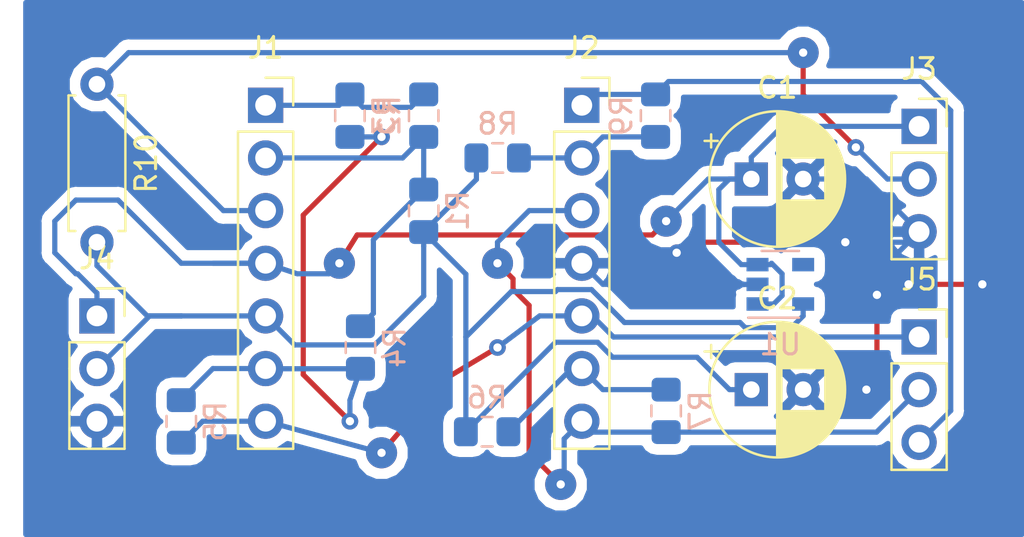
<source format=kicad_pcb>
(kicad_pcb (version 20171130) (host pcbnew 5.0.2-bee76a0~70~ubuntu16.04.1)

  (general
    (thickness 1.6)
    (drawings 0)
    (tracks 169)
    (zones 0)
    (modules 18)
    (nets 13)
  )

  (page A4)
  (layers
    (0 F.Cu signal)
    (31 B.Cu signal)
    (32 B.Adhes user)
    (33 F.Adhes user)
    (34 B.Paste user)
    (35 F.Paste user)
    (36 B.SilkS user)
    (37 F.SilkS user)
    (38 B.Mask user)
    (39 F.Mask user)
    (40 Dwgs.User user)
    (41 Cmts.User user)
    (42 Eco1.User user)
    (43 Eco2.User user)
    (44 Edge.Cuts user)
    (45 Margin user)
    (46 B.CrtYd user)
    (47 F.CrtYd user)
    (48 B.Fab user)
    (49 F.Fab user)
  )

  (setup
    (last_trace_width 0.25)
    (trace_clearance 0.2)
    (zone_clearance 0.508)
    (zone_45_only no)
    (trace_min 0.2)
    (segment_width 0.2)
    (edge_width 0.15)
    (via_size 1.5)
    (via_drill 0.4)
    (via_min_size 0.4)
    (via_min_drill 0.3)
    (uvia_size 0.3)
    (uvia_drill 0.1)
    (uvias_allowed no)
    (uvia_min_size 0.2)
    (uvia_min_drill 0.1)
    (pcb_text_width 0.3)
    (pcb_text_size 1.5 1.5)
    (mod_edge_width 0.15)
    (mod_text_size 1 1)
    (mod_text_width 0.15)
    (pad_size 1.524 1.524)
    (pad_drill 0.762)
    (pad_to_mask_clearance 0.051)
    (solder_mask_min_width 0.25)
    (aux_axis_origin 0 0)
    (visible_elements FFFFFF7F)
    (pcbplotparams
      (layerselection 0x010fc_ffffffff)
      (usegerberextensions false)
      (usegerberattributes false)
      (usegerberadvancedattributes false)
      (creategerberjobfile false)
      (excludeedgelayer true)
      (linewidth 0.100000)
      (plotframeref false)
      (viasonmask false)
      (mode 1)
      (useauxorigin false)
      (hpglpennumber 1)
      (hpglpenspeed 20)
      (hpglpendiameter 15.000000)
      (psnegative false)
      (psa4output false)
      (plotreference true)
      (plotvalue true)
      (plotinvisibletext false)
      (padsonsilk false)
      (subtractmaskfromsilk false)
      (outputformat 1)
      (mirror false)
      (drillshape 1)
      (scaleselection 1)
      (outputdirectory ""))
  )

  (net 0 "")
  (net 1 +5V)
  (net 2 GND)
  (net 3 +2)
  (net 4 OUT1)
  (net 5 -1)
  (net 6 +1)
  (net 7 -2)
  (net 8 +3)
  (net 9 +4)
  (net 10 -3)
  (net 11 -4)
  (net 12 OUT4)

  (net_class Default "This is the default net class."
    (clearance 0.2)
    (trace_width 0.25)
    (via_dia 1.5)
    (via_drill 0.4)
    (uvia_dia 0.3)
    (uvia_drill 0.1)
    (add_net +1)
    (add_net +2)
    (add_net +3)
    (add_net +4)
    (add_net +5V)
    (add_net -1)
    (add_net -2)
    (add_net -3)
    (add_net -4)
    (add_net GND)
    (add_net OUT1)
    (add_net OUT4)
  )

  (module Capacitor_THT:CP_Radial_D6.3mm_P2.50mm (layer F.Cu) (tedit 5AE50EF0) (tstamp 5C53FDDE)
    (at 102.148 107.696)
    (descr "CP, Radial series, Radial, pin pitch=2.50mm, , diameter=6.3mm, Electrolytic Capacitor")
    (tags "CP Radial series Radial pin pitch 2.50mm  diameter 6.3mm Electrolytic Capacitor")
    (path /5C4751E0)
    (fp_text reference C1 (at 1.25 -4.4) (layer F.SilkS)
      (effects (font (size 1 1) (thickness 0.15)))
    )
    (fp_text value C_Small (at 1.25 4.4) (layer F.Fab)
      (effects (font (size 1 1) (thickness 0.15)))
    )
    (fp_circle (center 1.25 0) (end 4.4 0) (layer F.Fab) (width 0.1))
    (fp_circle (center 1.25 0) (end 4.52 0) (layer F.SilkS) (width 0.12))
    (fp_circle (center 1.25 0) (end 4.65 0) (layer F.CrtYd) (width 0.05))
    (fp_line (start -1.443972 -1.3735) (end -0.813972 -1.3735) (layer F.Fab) (width 0.1))
    (fp_line (start -1.128972 -1.6885) (end -1.128972 -1.0585) (layer F.Fab) (width 0.1))
    (fp_line (start 1.25 -3.23) (end 1.25 3.23) (layer F.SilkS) (width 0.12))
    (fp_line (start 1.29 -3.23) (end 1.29 3.23) (layer F.SilkS) (width 0.12))
    (fp_line (start 1.33 -3.23) (end 1.33 3.23) (layer F.SilkS) (width 0.12))
    (fp_line (start 1.37 -3.228) (end 1.37 3.228) (layer F.SilkS) (width 0.12))
    (fp_line (start 1.41 -3.227) (end 1.41 3.227) (layer F.SilkS) (width 0.12))
    (fp_line (start 1.45 -3.224) (end 1.45 3.224) (layer F.SilkS) (width 0.12))
    (fp_line (start 1.49 -3.222) (end 1.49 -1.04) (layer F.SilkS) (width 0.12))
    (fp_line (start 1.49 1.04) (end 1.49 3.222) (layer F.SilkS) (width 0.12))
    (fp_line (start 1.53 -3.218) (end 1.53 -1.04) (layer F.SilkS) (width 0.12))
    (fp_line (start 1.53 1.04) (end 1.53 3.218) (layer F.SilkS) (width 0.12))
    (fp_line (start 1.57 -3.215) (end 1.57 -1.04) (layer F.SilkS) (width 0.12))
    (fp_line (start 1.57 1.04) (end 1.57 3.215) (layer F.SilkS) (width 0.12))
    (fp_line (start 1.61 -3.211) (end 1.61 -1.04) (layer F.SilkS) (width 0.12))
    (fp_line (start 1.61 1.04) (end 1.61 3.211) (layer F.SilkS) (width 0.12))
    (fp_line (start 1.65 -3.206) (end 1.65 -1.04) (layer F.SilkS) (width 0.12))
    (fp_line (start 1.65 1.04) (end 1.65 3.206) (layer F.SilkS) (width 0.12))
    (fp_line (start 1.69 -3.201) (end 1.69 -1.04) (layer F.SilkS) (width 0.12))
    (fp_line (start 1.69 1.04) (end 1.69 3.201) (layer F.SilkS) (width 0.12))
    (fp_line (start 1.73 -3.195) (end 1.73 -1.04) (layer F.SilkS) (width 0.12))
    (fp_line (start 1.73 1.04) (end 1.73 3.195) (layer F.SilkS) (width 0.12))
    (fp_line (start 1.77 -3.189) (end 1.77 -1.04) (layer F.SilkS) (width 0.12))
    (fp_line (start 1.77 1.04) (end 1.77 3.189) (layer F.SilkS) (width 0.12))
    (fp_line (start 1.81 -3.182) (end 1.81 -1.04) (layer F.SilkS) (width 0.12))
    (fp_line (start 1.81 1.04) (end 1.81 3.182) (layer F.SilkS) (width 0.12))
    (fp_line (start 1.85 -3.175) (end 1.85 -1.04) (layer F.SilkS) (width 0.12))
    (fp_line (start 1.85 1.04) (end 1.85 3.175) (layer F.SilkS) (width 0.12))
    (fp_line (start 1.89 -3.167) (end 1.89 -1.04) (layer F.SilkS) (width 0.12))
    (fp_line (start 1.89 1.04) (end 1.89 3.167) (layer F.SilkS) (width 0.12))
    (fp_line (start 1.93 -3.159) (end 1.93 -1.04) (layer F.SilkS) (width 0.12))
    (fp_line (start 1.93 1.04) (end 1.93 3.159) (layer F.SilkS) (width 0.12))
    (fp_line (start 1.971 -3.15) (end 1.971 -1.04) (layer F.SilkS) (width 0.12))
    (fp_line (start 1.971 1.04) (end 1.971 3.15) (layer F.SilkS) (width 0.12))
    (fp_line (start 2.011 -3.141) (end 2.011 -1.04) (layer F.SilkS) (width 0.12))
    (fp_line (start 2.011 1.04) (end 2.011 3.141) (layer F.SilkS) (width 0.12))
    (fp_line (start 2.051 -3.131) (end 2.051 -1.04) (layer F.SilkS) (width 0.12))
    (fp_line (start 2.051 1.04) (end 2.051 3.131) (layer F.SilkS) (width 0.12))
    (fp_line (start 2.091 -3.121) (end 2.091 -1.04) (layer F.SilkS) (width 0.12))
    (fp_line (start 2.091 1.04) (end 2.091 3.121) (layer F.SilkS) (width 0.12))
    (fp_line (start 2.131 -3.11) (end 2.131 -1.04) (layer F.SilkS) (width 0.12))
    (fp_line (start 2.131 1.04) (end 2.131 3.11) (layer F.SilkS) (width 0.12))
    (fp_line (start 2.171 -3.098) (end 2.171 -1.04) (layer F.SilkS) (width 0.12))
    (fp_line (start 2.171 1.04) (end 2.171 3.098) (layer F.SilkS) (width 0.12))
    (fp_line (start 2.211 -3.086) (end 2.211 -1.04) (layer F.SilkS) (width 0.12))
    (fp_line (start 2.211 1.04) (end 2.211 3.086) (layer F.SilkS) (width 0.12))
    (fp_line (start 2.251 -3.074) (end 2.251 -1.04) (layer F.SilkS) (width 0.12))
    (fp_line (start 2.251 1.04) (end 2.251 3.074) (layer F.SilkS) (width 0.12))
    (fp_line (start 2.291 -3.061) (end 2.291 -1.04) (layer F.SilkS) (width 0.12))
    (fp_line (start 2.291 1.04) (end 2.291 3.061) (layer F.SilkS) (width 0.12))
    (fp_line (start 2.331 -3.047) (end 2.331 -1.04) (layer F.SilkS) (width 0.12))
    (fp_line (start 2.331 1.04) (end 2.331 3.047) (layer F.SilkS) (width 0.12))
    (fp_line (start 2.371 -3.033) (end 2.371 -1.04) (layer F.SilkS) (width 0.12))
    (fp_line (start 2.371 1.04) (end 2.371 3.033) (layer F.SilkS) (width 0.12))
    (fp_line (start 2.411 -3.018) (end 2.411 -1.04) (layer F.SilkS) (width 0.12))
    (fp_line (start 2.411 1.04) (end 2.411 3.018) (layer F.SilkS) (width 0.12))
    (fp_line (start 2.451 -3.002) (end 2.451 -1.04) (layer F.SilkS) (width 0.12))
    (fp_line (start 2.451 1.04) (end 2.451 3.002) (layer F.SilkS) (width 0.12))
    (fp_line (start 2.491 -2.986) (end 2.491 -1.04) (layer F.SilkS) (width 0.12))
    (fp_line (start 2.491 1.04) (end 2.491 2.986) (layer F.SilkS) (width 0.12))
    (fp_line (start 2.531 -2.97) (end 2.531 -1.04) (layer F.SilkS) (width 0.12))
    (fp_line (start 2.531 1.04) (end 2.531 2.97) (layer F.SilkS) (width 0.12))
    (fp_line (start 2.571 -2.952) (end 2.571 -1.04) (layer F.SilkS) (width 0.12))
    (fp_line (start 2.571 1.04) (end 2.571 2.952) (layer F.SilkS) (width 0.12))
    (fp_line (start 2.611 -2.934) (end 2.611 -1.04) (layer F.SilkS) (width 0.12))
    (fp_line (start 2.611 1.04) (end 2.611 2.934) (layer F.SilkS) (width 0.12))
    (fp_line (start 2.651 -2.916) (end 2.651 -1.04) (layer F.SilkS) (width 0.12))
    (fp_line (start 2.651 1.04) (end 2.651 2.916) (layer F.SilkS) (width 0.12))
    (fp_line (start 2.691 -2.896) (end 2.691 -1.04) (layer F.SilkS) (width 0.12))
    (fp_line (start 2.691 1.04) (end 2.691 2.896) (layer F.SilkS) (width 0.12))
    (fp_line (start 2.731 -2.876) (end 2.731 -1.04) (layer F.SilkS) (width 0.12))
    (fp_line (start 2.731 1.04) (end 2.731 2.876) (layer F.SilkS) (width 0.12))
    (fp_line (start 2.771 -2.856) (end 2.771 -1.04) (layer F.SilkS) (width 0.12))
    (fp_line (start 2.771 1.04) (end 2.771 2.856) (layer F.SilkS) (width 0.12))
    (fp_line (start 2.811 -2.834) (end 2.811 -1.04) (layer F.SilkS) (width 0.12))
    (fp_line (start 2.811 1.04) (end 2.811 2.834) (layer F.SilkS) (width 0.12))
    (fp_line (start 2.851 -2.812) (end 2.851 -1.04) (layer F.SilkS) (width 0.12))
    (fp_line (start 2.851 1.04) (end 2.851 2.812) (layer F.SilkS) (width 0.12))
    (fp_line (start 2.891 -2.79) (end 2.891 -1.04) (layer F.SilkS) (width 0.12))
    (fp_line (start 2.891 1.04) (end 2.891 2.79) (layer F.SilkS) (width 0.12))
    (fp_line (start 2.931 -2.766) (end 2.931 -1.04) (layer F.SilkS) (width 0.12))
    (fp_line (start 2.931 1.04) (end 2.931 2.766) (layer F.SilkS) (width 0.12))
    (fp_line (start 2.971 -2.742) (end 2.971 -1.04) (layer F.SilkS) (width 0.12))
    (fp_line (start 2.971 1.04) (end 2.971 2.742) (layer F.SilkS) (width 0.12))
    (fp_line (start 3.011 -2.716) (end 3.011 -1.04) (layer F.SilkS) (width 0.12))
    (fp_line (start 3.011 1.04) (end 3.011 2.716) (layer F.SilkS) (width 0.12))
    (fp_line (start 3.051 -2.69) (end 3.051 -1.04) (layer F.SilkS) (width 0.12))
    (fp_line (start 3.051 1.04) (end 3.051 2.69) (layer F.SilkS) (width 0.12))
    (fp_line (start 3.091 -2.664) (end 3.091 -1.04) (layer F.SilkS) (width 0.12))
    (fp_line (start 3.091 1.04) (end 3.091 2.664) (layer F.SilkS) (width 0.12))
    (fp_line (start 3.131 -2.636) (end 3.131 -1.04) (layer F.SilkS) (width 0.12))
    (fp_line (start 3.131 1.04) (end 3.131 2.636) (layer F.SilkS) (width 0.12))
    (fp_line (start 3.171 -2.607) (end 3.171 -1.04) (layer F.SilkS) (width 0.12))
    (fp_line (start 3.171 1.04) (end 3.171 2.607) (layer F.SilkS) (width 0.12))
    (fp_line (start 3.211 -2.578) (end 3.211 -1.04) (layer F.SilkS) (width 0.12))
    (fp_line (start 3.211 1.04) (end 3.211 2.578) (layer F.SilkS) (width 0.12))
    (fp_line (start 3.251 -2.548) (end 3.251 -1.04) (layer F.SilkS) (width 0.12))
    (fp_line (start 3.251 1.04) (end 3.251 2.548) (layer F.SilkS) (width 0.12))
    (fp_line (start 3.291 -2.516) (end 3.291 -1.04) (layer F.SilkS) (width 0.12))
    (fp_line (start 3.291 1.04) (end 3.291 2.516) (layer F.SilkS) (width 0.12))
    (fp_line (start 3.331 -2.484) (end 3.331 -1.04) (layer F.SilkS) (width 0.12))
    (fp_line (start 3.331 1.04) (end 3.331 2.484) (layer F.SilkS) (width 0.12))
    (fp_line (start 3.371 -2.45) (end 3.371 -1.04) (layer F.SilkS) (width 0.12))
    (fp_line (start 3.371 1.04) (end 3.371 2.45) (layer F.SilkS) (width 0.12))
    (fp_line (start 3.411 -2.416) (end 3.411 -1.04) (layer F.SilkS) (width 0.12))
    (fp_line (start 3.411 1.04) (end 3.411 2.416) (layer F.SilkS) (width 0.12))
    (fp_line (start 3.451 -2.38) (end 3.451 -1.04) (layer F.SilkS) (width 0.12))
    (fp_line (start 3.451 1.04) (end 3.451 2.38) (layer F.SilkS) (width 0.12))
    (fp_line (start 3.491 -2.343) (end 3.491 -1.04) (layer F.SilkS) (width 0.12))
    (fp_line (start 3.491 1.04) (end 3.491 2.343) (layer F.SilkS) (width 0.12))
    (fp_line (start 3.531 -2.305) (end 3.531 -1.04) (layer F.SilkS) (width 0.12))
    (fp_line (start 3.531 1.04) (end 3.531 2.305) (layer F.SilkS) (width 0.12))
    (fp_line (start 3.571 -2.265) (end 3.571 2.265) (layer F.SilkS) (width 0.12))
    (fp_line (start 3.611 -2.224) (end 3.611 2.224) (layer F.SilkS) (width 0.12))
    (fp_line (start 3.651 -2.182) (end 3.651 2.182) (layer F.SilkS) (width 0.12))
    (fp_line (start 3.691 -2.137) (end 3.691 2.137) (layer F.SilkS) (width 0.12))
    (fp_line (start 3.731 -2.092) (end 3.731 2.092) (layer F.SilkS) (width 0.12))
    (fp_line (start 3.771 -2.044) (end 3.771 2.044) (layer F.SilkS) (width 0.12))
    (fp_line (start 3.811 -1.995) (end 3.811 1.995) (layer F.SilkS) (width 0.12))
    (fp_line (start 3.851 -1.944) (end 3.851 1.944) (layer F.SilkS) (width 0.12))
    (fp_line (start 3.891 -1.89) (end 3.891 1.89) (layer F.SilkS) (width 0.12))
    (fp_line (start 3.931 -1.834) (end 3.931 1.834) (layer F.SilkS) (width 0.12))
    (fp_line (start 3.971 -1.776) (end 3.971 1.776) (layer F.SilkS) (width 0.12))
    (fp_line (start 4.011 -1.714) (end 4.011 1.714) (layer F.SilkS) (width 0.12))
    (fp_line (start 4.051 -1.65) (end 4.051 1.65) (layer F.SilkS) (width 0.12))
    (fp_line (start 4.091 -1.581) (end 4.091 1.581) (layer F.SilkS) (width 0.12))
    (fp_line (start 4.131 -1.509) (end 4.131 1.509) (layer F.SilkS) (width 0.12))
    (fp_line (start 4.171 -1.432) (end 4.171 1.432) (layer F.SilkS) (width 0.12))
    (fp_line (start 4.211 -1.35) (end 4.211 1.35) (layer F.SilkS) (width 0.12))
    (fp_line (start 4.251 -1.262) (end 4.251 1.262) (layer F.SilkS) (width 0.12))
    (fp_line (start 4.291 -1.165) (end 4.291 1.165) (layer F.SilkS) (width 0.12))
    (fp_line (start 4.331 -1.059) (end 4.331 1.059) (layer F.SilkS) (width 0.12))
    (fp_line (start 4.371 -0.94) (end 4.371 0.94) (layer F.SilkS) (width 0.12))
    (fp_line (start 4.411 -0.802) (end 4.411 0.802) (layer F.SilkS) (width 0.12))
    (fp_line (start 4.451 -0.633) (end 4.451 0.633) (layer F.SilkS) (width 0.12))
    (fp_line (start 4.491 -0.402) (end 4.491 0.402) (layer F.SilkS) (width 0.12))
    (fp_line (start -2.250241 -1.839) (end -1.620241 -1.839) (layer F.SilkS) (width 0.12))
    (fp_line (start -1.935241 -2.154) (end -1.935241 -1.524) (layer F.SilkS) (width 0.12))
    (fp_text user %R (at 1.25 0) (layer F.Fab)
      (effects (font (size 1 1) (thickness 0.15)))
    )
    (pad 1 thru_hole rect (at 0 0) (size 1.6 1.6) (drill 0.8) (layers *.Cu *.Mask)
      (net 1 +5V))
    (pad 2 thru_hole circle (at 2.5 0) (size 1.6 1.6) (drill 0.8) (layers *.Cu *.Mask)
      (net 2 GND))
    (model ${KISYS3DMOD}/Capacitor_THT.3dshapes/CP_Radial_D6.3mm_P2.50mm.wrl
      (at (xyz 0 0 0))
      (scale (xyz 1 1 1))
      (rotate (xyz 0 0 0))
    )
  )

  (module Capacitor_THT:CP_Radial_D6.3mm_P2.50mm (layer F.Cu) (tedit 5AE50EF0) (tstamp 5C5413C5)
    (at 102.148 117.856)
    (descr "CP, Radial series, Radial, pin pitch=2.50mm, , diameter=6.3mm, Electrolytic Capacitor")
    (tags "CP Radial series Radial pin pitch 2.50mm  diameter 6.3mm Electrolytic Capacitor")
    (path /5C4751AA)
    (fp_text reference C2 (at 1.25 -4.4) (layer F.SilkS)
      (effects (font (size 1 1) (thickness 0.15)))
    )
    (fp_text value C_Small (at 1.25 4.4) (layer F.Fab)
      (effects (font (size 1 1) (thickness 0.15)))
    )
    (fp_text user %R (at 1.25 0) (layer F.Fab)
      (effects (font (size 1 1) (thickness 0.15)))
    )
    (fp_line (start -1.935241 -2.154) (end -1.935241 -1.524) (layer F.SilkS) (width 0.12))
    (fp_line (start -2.250241 -1.839) (end -1.620241 -1.839) (layer F.SilkS) (width 0.12))
    (fp_line (start 4.491 -0.402) (end 4.491 0.402) (layer F.SilkS) (width 0.12))
    (fp_line (start 4.451 -0.633) (end 4.451 0.633) (layer F.SilkS) (width 0.12))
    (fp_line (start 4.411 -0.802) (end 4.411 0.802) (layer F.SilkS) (width 0.12))
    (fp_line (start 4.371 -0.94) (end 4.371 0.94) (layer F.SilkS) (width 0.12))
    (fp_line (start 4.331 -1.059) (end 4.331 1.059) (layer F.SilkS) (width 0.12))
    (fp_line (start 4.291 -1.165) (end 4.291 1.165) (layer F.SilkS) (width 0.12))
    (fp_line (start 4.251 -1.262) (end 4.251 1.262) (layer F.SilkS) (width 0.12))
    (fp_line (start 4.211 -1.35) (end 4.211 1.35) (layer F.SilkS) (width 0.12))
    (fp_line (start 4.171 -1.432) (end 4.171 1.432) (layer F.SilkS) (width 0.12))
    (fp_line (start 4.131 -1.509) (end 4.131 1.509) (layer F.SilkS) (width 0.12))
    (fp_line (start 4.091 -1.581) (end 4.091 1.581) (layer F.SilkS) (width 0.12))
    (fp_line (start 4.051 -1.65) (end 4.051 1.65) (layer F.SilkS) (width 0.12))
    (fp_line (start 4.011 -1.714) (end 4.011 1.714) (layer F.SilkS) (width 0.12))
    (fp_line (start 3.971 -1.776) (end 3.971 1.776) (layer F.SilkS) (width 0.12))
    (fp_line (start 3.931 -1.834) (end 3.931 1.834) (layer F.SilkS) (width 0.12))
    (fp_line (start 3.891 -1.89) (end 3.891 1.89) (layer F.SilkS) (width 0.12))
    (fp_line (start 3.851 -1.944) (end 3.851 1.944) (layer F.SilkS) (width 0.12))
    (fp_line (start 3.811 -1.995) (end 3.811 1.995) (layer F.SilkS) (width 0.12))
    (fp_line (start 3.771 -2.044) (end 3.771 2.044) (layer F.SilkS) (width 0.12))
    (fp_line (start 3.731 -2.092) (end 3.731 2.092) (layer F.SilkS) (width 0.12))
    (fp_line (start 3.691 -2.137) (end 3.691 2.137) (layer F.SilkS) (width 0.12))
    (fp_line (start 3.651 -2.182) (end 3.651 2.182) (layer F.SilkS) (width 0.12))
    (fp_line (start 3.611 -2.224) (end 3.611 2.224) (layer F.SilkS) (width 0.12))
    (fp_line (start 3.571 -2.265) (end 3.571 2.265) (layer F.SilkS) (width 0.12))
    (fp_line (start 3.531 1.04) (end 3.531 2.305) (layer F.SilkS) (width 0.12))
    (fp_line (start 3.531 -2.305) (end 3.531 -1.04) (layer F.SilkS) (width 0.12))
    (fp_line (start 3.491 1.04) (end 3.491 2.343) (layer F.SilkS) (width 0.12))
    (fp_line (start 3.491 -2.343) (end 3.491 -1.04) (layer F.SilkS) (width 0.12))
    (fp_line (start 3.451 1.04) (end 3.451 2.38) (layer F.SilkS) (width 0.12))
    (fp_line (start 3.451 -2.38) (end 3.451 -1.04) (layer F.SilkS) (width 0.12))
    (fp_line (start 3.411 1.04) (end 3.411 2.416) (layer F.SilkS) (width 0.12))
    (fp_line (start 3.411 -2.416) (end 3.411 -1.04) (layer F.SilkS) (width 0.12))
    (fp_line (start 3.371 1.04) (end 3.371 2.45) (layer F.SilkS) (width 0.12))
    (fp_line (start 3.371 -2.45) (end 3.371 -1.04) (layer F.SilkS) (width 0.12))
    (fp_line (start 3.331 1.04) (end 3.331 2.484) (layer F.SilkS) (width 0.12))
    (fp_line (start 3.331 -2.484) (end 3.331 -1.04) (layer F.SilkS) (width 0.12))
    (fp_line (start 3.291 1.04) (end 3.291 2.516) (layer F.SilkS) (width 0.12))
    (fp_line (start 3.291 -2.516) (end 3.291 -1.04) (layer F.SilkS) (width 0.12))
    (fp_line (start 3.251 1.04) (end 3.251 2.548) (layer F.SilkS) (width 0.12))
    (fp_line (start 3.251 -2.548) (end 3.251 -1.04) (layer F.SilkS) (width 0.12))
    (fp_line (start 3.211 1.04) (end 3.211 2.578) (layer F.SilkS) (width 0.12))
    (fp_line (start 3.211 -2.578) (end 3.211 -1.04) (layer F.SilkS) (width 0.12))
    (fp_line (start 3.171 1.04) (end 3.171 2.607) (layer F.SilkS) (width 0.12))
    (fp_line (start 3.171 -2.607) (end 3.171 -1.04) (layer F.SilkS) (width 0.12))
    (fp_line (start 3.131 1.04) (end 3.131 2.636) (layer F.SilkS) (width 0.12))
    (fp_line (start 3.131 -2.636) (end 3.131 -1.04) (layer F.SilkS) (width 0.12))
    (fp_line (start 3.091 1.04) (end 3.091 2.664) (layer F.SilkS) (width 0.12))
    (fp_line (start 3.091 -2.664) (end 3.091 -1.04) (layer F.SilkS) (width 0.12))
    (fp_line (start 3.051 1.04) (end 3.051 2.69) (layer F.SilkS) (width 0.12))
    (fp_line (start 3.051 -2.69) (end 3.051 -1.04) (layer F.SilkS) (width 0.12))
    (fp_line (start 3.011 1.04) (end 3.011 2.716) (layer F.SilkS) (width 0.12))
    (fp_line (start 3.011 -2.716) (end 3.011 -1.04) (layer F.SilkS) (width 0.12))
    (fp_line (start 2.971 1.04) (end 2.971 2.742) (layer F.SilkS) (width 0.12))
    (fp_line (start 2.971 -2.742) (end 2.971 -1.04) (layer F.SilkS) (width 0.12))
    (fp_line (start 2.931 1.04) (end 2.931 2.766) (layer F.SilkS) (width 0.12))
    (fp_line (start 2.931 -2.766) (end 2.931 -1.04) (layer F.SilkS) (width 0.12))
    (fp_line (start 2.891 1.04) (end 2.891 2.79) (layer F.SilkS) (width 0.12))
    (fp_line (start 2.891 -2.79) (end 2.891 -1.04) (layer F.SilkS) (width 0.12))
    (fp_line (start 2.851 1.04) (end 2.851 2.812) (layer F.SilkS) (width 0.12))
    (fp_line (start 2.851 -2.812) (end 2.851 -1.04) (layer F.SilkS) (width 0.12))
    (fp_line (start 2.811 1.04) (end 2.811 2.834) (layer F.SilkS) (width 0.12))
    (fp_line (start 2.811 -2.834) (end 2.811 -1.04) (layer F.SilkS) (width 0.12))
    (fp_line (start 2.771 1.04) (end 2.771 2.856) (layer F.SilkS) (width 0.12))
    (fp_line (start 2.771 -2.856) (end 2.771 -1.04) (layer F.SilkS) (width 0.12))
    (fp_line (start 2.731 1.04) (end 2.731 2.876) (layer F.SilkS) (width 0.12))
    (fp_line (start 2.731 -2.876) (end 2.731 -1.04) (layer F.SilkS) (width 0.12))
    (fp_line (start 2.691 1.04) (end 2.691 2.896) (layer F.SilkS) (width 0.12))
    (fp_line (start 2.691 -2.896) (end 2.691 -1.04) (layer F.SilkS) (width 0.12))
    (fp_line (start 2.651 1.04) (end 2.651 2.916) (layer F.SilkS) (width 0.12))
    (fp_line (start 2.651 -2.916) (end 2.651 -1.04) (layer F.SilkS) (width 0.12))
    (fp_line (start 2.611 1.04) (end 2.611 2.934) (layer F.SilkS) (width 0.12))
    (fp_line (start 2.611 -2.934) (end 2.611 -1.04) (layer F.SilkS) (width 0.12))
    (fp_line (start 2.571 1.04) (end 2.571 2.952) (layer F.SilkS) (width 0.12))
    (fp_line (start 2.571 -2.952) (end 2.571 -1.04) (layer F.SilkS) (width 0.12))
    (fp_line (start 2.531 1.04) (end 2.531 2.97) (layer F.SilkS) (width 0.12))
    (fp_line (start 2.531 -2.97) (end 2.531 -1.04) (layer F.SilkS) (width 0.12))
    (fp_line (start 2.491 1.04) (end 2.491 2.986) (layer F.SilkS) (width 0.12))
    (fp_line (start 2.491 -2.986) (end 2.491 -1.04) (layer F.SilkS) (width 0.12))
    (fp_line (start 2.451 1.04) (end 2.451 3.002) (layer F.SilkS) (width 0.12))
    (fp_line (start 2.451 -3.002) (end 2.451 -1.04) (layer F.SilkS) (width 0.12))
    (fp_line (start 2.411 1.04) (end 2.411 3.018) (layer F.SilkS) (width 0.12))
    (fp_line (start 2.411 -3.018) (end 2.411 -1.04) (layer F.SilkS) (width 0.12))
    (fp_line (start 2.371 1.04) (end 2.371 3.033) (layer F.SilkS) (width 0.12))
    (fp_line (start 2.371 -3.033) (end 2.371 -1.04) (layer F.SilkS) (width 0.12))
    (fp_line (start 2.331 1.04) (end 2.331 3.047) (layer F.SilkS) (width 0.12))
    (fp_line (start 2.331 -3.047) (end 2.331 -1.04) (layer F.SilkS) (width 0.12))
    (fp_line (start 2.291 1.04) (end 2.291 3.061) (layer F.SilkS) (width 0.12))
    (fp_line (start 2.291 -3.061) (end 2.291 -1.04) (layer F.SilkS) (width 0.12))
    (fp_line (start 2.251 1.04) (end 2.251 3.074) (layer F.SilkS) (width 0.12))
    (fp_line (start 2.251 -3.074) (end 2.251 -1.04) (layer F.SilkS) (width 0.12))
    (fp_line (start 2.211 1.04) (end 2.211 3.086) (layer F.SilkS) (width 0.12))
    (fp_line (start 2.211 -3.086) (end 2.211 -1.04) (layer F.SilkS) (width 0.12))
    (fp_line (start 2.171 1.04) (end 2.171 3.098) (layer F.SilkS) (width 0.12))
    (fp_line (start 2.171 -3.098) (end 2.171 -1.04) (layer F.SilkS) (width 0.12))
    (fp_line (start 2.131 1.04) (end 2.131 3.11) (layer F.SilkS) (width 0.12))
    (fp_line (start 2.131 -3.11) (end 2.131 -1.04) (layer F.SilkS) (width 0.12))
    (fp_line (start 2.091 1.04) (end 2.091 3.121) (layer F.SilkS) (width 0.12))
    (fp_line (start 2.091 -3.121) (end 2.091 -1.04) (layer F.SilkS) (width 0.12))
    (fp_line (start 2.051 1.04) (end 2.051 3.131) (layer F.SilkS) (width 0.12))
    (fp_line (start 2.051 -3.131) (end 2.051 -1.04) (layer F.SilkS) (width 0.12))
    (fp_line (start 2.011 1.04) (end 2.011 3.141) (layer F.SilkS) (width 0.12))
    (fp_line (start 2.011 -3.141) (end 2.011 -1.04) (layer F.SilkS) (width 0.12))
    (fp_line (start 1.971 1.04) (end 1.971 3.15) (layer F.SilkS) (width 0.12))
    (fp_line (start 1.971 -3.15) (end 1.971 -1.04) (layer F.SilkS) (width 0.12))
    (fp_line (start 1.93 1.04) (end 1.93 3.159) (layer F.SilkS) (width 0.12))
    (fp_line (start 1.93 -3.159) (end 1.93 -1.04) (layer F.SilkS) (width 0.12))
    (fp_line (start 1.89 1.04) (end 1.89 3.167) (layer F.SilkS) (width 0.12))
    (fp_line (start 1.89 -3.167) (end 1.89 -1.04) (layer F.SilkS) (width 0.12))
    (fp_line (start 1.85 1.04) (end 1.85 3.175) (layer F.SilkS) (width 0.12))
    (fp_line (start 1.85 -3.175) (end 1.85 -1.04) (layer F.SilkS) (width 0.12))
    (fp_line (start 1.81 1.04) (end 1.81 3.182) (layer F.SilkS) (width 0.12))
    (fp_line (start 1.81 -3.182) (end 1.81 -1.04) (layer F.SilkS) (width 0.12))
    (fp_line (start 1.77 1.04) (end 1.77 3.189) (layer F.SilkS) (width 0.12))
    (fp_line (start 1.77 -3.189) (end 1.77 -1.04) (layer F.SilkS) (width 0.12))
    (fp_line (start 1.73 1.04) (end 1.73 3.195) (layer F.SilkS) (width 0.12))
    (fp_line (start 1.73 -3.195) (end 1.73 -1.04) (layer F.SilkS) (width 0.12))
    (fp_line (start 1.69 1.04) (end 1.69 3.201) (layer F.SilkS) (width 0.12))
    (fp_line (start 1.69 -3.201) (end 1.69 -1.04) (layer F.SilkS) (width 0.12))
    (fp_line (start 1.65 1.04) (end 1.65 3.206) (layer F.SilkS) (width 0.12))
    (fp_line (start 1.65 -3.206) (end 1.65 -1.04) (layer F.SilkS) (width 0.12))
    (fp_line (start 1.61 1.04) (end 1.61 3.211) (layer F.SilkS) (width 0.12))
    (fp_line (start 1.61 -3.211) (end 1.61 -1.04) (layer F.SilkS) (width 0.12))
    (fp_line (start 1.57 1.04) (end 1.57 3.215) (layer F.SilkS) (width 0.12))
    (fp_line (start 1.57 -3.215) (end 1.57 -1.04) (layer F.SilkS) (width 0.12))
    (fp_line (start 1.53 1.04) (end 1.53 3.218) (layer F.SilkS) (width 0.12))
    (fp_line (start 1.53 -3.218) (end 1.53 -1.04) (layer F.SilkS) (width 0.12))
    (fp_line (start 1.49 1.04) (end 1.49 3.222) (layer F.SilkS) (width 0.12))
    (fp_line (start 1.49 -3.222) (end 1.49 -1.04) (layer F.SilkS) (width 0.12))
    (fp_line (start 1.45 -3.224) (end 1.45 3.224) (layer F.SilkS) (width 0.12))
    (fp_line (start 1.41 -3.227) (end 1.41 3.227) (layer F.SilkS) (width 0.12))
    (fp_line (start 1.37 -3.228) (end 1.37 3.228) (layer F.SilkS) (width 0.12))
    (fp_line (start 1.33 -3.23) (end 1.33 3.23) (layer F.SilkS) (width 0.12))
    (fp_line (start 1.29 -3.23) (end 1.29 3.23) (layer F.SilkS) (width 0.12))
    (fp_line (start 1.25 -3.23) (end 1.25 3.23) (layer F.SilkS) (width 0.12))
    (fp_line (start -1.128972 -1.6885) (end -1.128972 -1.0585) (layer F.Fab) (width 0.1))
    (fp_line (start -1.443972 -1.3735) (end -0.813972 -1.3735) (layer F.Fab) (width 0.1))
    (fp_circle (center 1.25 0) (end 4.65 0) (layer F.CrtYd) (width 0.05))
    (fp_circle (center 1.25 0) (end 4.52 0) (layer F.SilkS) (width 0.12))
    (fp_circle (center 1.25 0) (end 4.4 0) (layer F.Fab) (width 0.1))
    (pad 2 thru_hole circle (at 2.5 0) (size 1.6 1.6) (drill 0.8) (layers *.Cu *.Mask)
      (net 2 GND))
    (pad 1 thru_hole rect (at 0 0) (size 1.6 1.6) (drill 0.8) (layers *.Cu *.Mask)
      (net 3 +2))
    (model ${KISYS3DMOD}/Capacitor_THT.3dshapes/CP_Radial_D6.3mm_P2.50mm.wrl
      (at (xyz 0 0 0))
      (scale (xyz 1 1 1))
      (rotate (xyz 0 0 0))
    )
  )

  (module Connector_PinSocket_2.54mm:PinSocket_1x07_P2.54mm_Vertical (layer F.Cu) (tedit 5A19A433) (tstamp 5C53FE8D)
    (at 78.74 104.14)
    (descr "Through hole straight socket strip, 1x07, 2.54mm pitch, single row (from Kicad 4.0.7), script generated")
    (tags "Through hole socket strip THT 1x07 2.54mm single row")
    (path /5C475DF1)
    (fp_text reference J1 (at 0 -2.77) (layer F.SilkS)
      (effects (font (size 1 1) (thickness 0.15)))
    )
    (fp_text value Conn_01x07 (at 0 18.01) (layer F.Fab)
      (effects (font (size 1 1) (thickness 0.15)))
    )
    (fp_line (start -1.27 -1.27) (end 0.635 -1.27) (layer F.Fab) (width 0.1))
    (fp_line (start 0.635 -1.27) (end 1.27 -0.635) (layer F.Fab) (width 0.1))
    (fp_line (start 1.27 -0.635) (end 1.27 16.51) (layer F.Fab) (width 0.1))
    (fp_line (start 1.27 16.51) (end -1.27 16.51) (layer F.Fab) (width 0.1))
    (fp_line (start -1.27 16.51) (end -1.27 -1.27) (layer F.Fab) (width 0.1))
    (fp_line (start -1.33 1.27) (end 1.33 1.27) (layer F.SilkS) (width 0.12))
    (fp_line (start -1.33 1.27) (end -1.33 16.57) (layer F.SilkS) (width 0.12))
    (fp_line (start -1.33 16.57) (end 1.33 16.57) (layer F.SilkS) (width 0.12))
    (fp_line (start 1.33 1.27) (end 1.33 16.57) (layer F.SilkS) (width 0.12))
    (fp_line (start 1.33 -1.33) (end 1.33 0) (layer F.SilkS) (width 0.12))
    (fp_line (start 0 -1.33) (end 1.33 -1.33) (layer F.SilkS) (width 0.12))
    (fp_line (start -1.8 -1.8) (end 1.75 -1.8) (layer F.CrtYd) (width 0.05))
    (fp_line (start 1.75 -1.8) (end 1.75 17) (layer F.CrtYd) (width 0.05))
    (fp_line (start 1.75 17) (end -1.8 17) (layer F.CrtYd) (width 0.05))
    (fp_line (start -1.8 17) (end -1.8 -1.8) (layer F.CrtYd) (width 0.05))
    (fp_text user %R (at 0 7.62 90) (layer F.Fab)
      (effects (font (size 1 1) (thickness 0.15)))
    )
    (pad 1 thru_hole rect (at 0 0) (size 1.7 1.7) (drill 1) (layers *.Cu *.Mask)
      (net 4 OUT1))
    (pad 2 thru_hole oval (at 0 2.54) (size 1.7 1.7) (drill 1) (layers *.Cu *.Mask)
      (net 5 -1))
    (pad 3 thru_hole oval (at 0 5.08) (size 1.7 1.7) (drill 1) (layers *.Cu *.Mask)
      (net 6 +1))
    (pad 4 thru_hole oval (at 0 7.62) (size 1.7 1.7) (drill 1) (layers *.Cu *.Mask)
      (net 1 +5V))
    (pad 5 thru_hole oval (at 0 10.16) (size 1.7 1.7) (drill 1) (layers *.Cu *.Mask)
      (net 3 +2))
    (pad 6 thru_hole oval (at 0 12.7) (size 1.7 1.7) (drill 1) (layers *.Cu *.Mask)
      (net 7 -2))
    (pad 7 thru_hole oval (at 0 15.24) (size 1.7 1.7) (drill 1) (layers *.Cu *.Mask)
      (net 8 +3))
    (model ${KISYS3DMOD}/Connector_PinSocket_2.54mm.3dshapes/PinSocket_1x07_P2.54mm_Vertical.wrl
      (at (xyz 0 0 0))
      (scale (xyz 1 1 1))
      (rotate (xyz 0 0 0))
    )
  )

  (module Connector_PinSocket_2.54mm:PinSocket_1x07_P2.54mm_Vertical (layer F.Cu) (tedit 5A19A433) (tstamp 5C53FEA8)
    (at 93.98 104.14)
    (descr "Through hole straight socket strip, 1x07, 2.54mm pitch, single row (from Kicad 4.0.7), script generated")
    (tags "Through hole socket strip THT 1x07 2.54mm single row")
    (path /5C475E7E)
    (fp_text reference J2 (at 0 -2.77) (layer F.SilkS)
      (effects (font (size 1 1) (thickness 0.15)))
    )
    (fp_text value Conn_01x07 (at 0 18.01) (layer F.Fab)
      (effects (font (size 1 1) (thickness 0.15)))
    )
    (fp_text user %R (at 0 7.62 90) (layer F.Fab)
      (effects (font (size 1 1) (thickness 0.15)))
    )
    (fp_line (start -1.8 17) (end -1.8 -1.8) (layer F.CrtYd) (width 0.05))
    (fp_line (start 1.75 17) (end -1.8 17) (layer F.CrtYd) (width 0.05))
    (fp_line (start 1.75 -1.8) (end 1.75 17) (layer F.CrtYd) (width 0.05))
    (fp_line (start -1.8 -1.8) (end 1.75 -1.8) (layer F.CrtYd) (width 0.05))
    (fp_line (start 0 -1.33) (end 1.33 -1.33) (layer F.SilkS) (width 0.12))
    (fp_line (start 1.33 -1.33) (end 1.33 0) (layer F.SilkS) (width 0.12))
    (fp_line (start 1.33 1.27) (end 1.33 16.57) (layer F.SilkS) (width 0.12))
    (fp_line (start -1.33 16.57) (end 1.33 16.57) (layer F.SilkS) (width 0.12))
    (fp_line (start -1.33 1.27) (end -1.33 16.57) (layer F.SilkS) (width 0.12))
    (fp_line (start -1.33 1.27) (end 1.33 1.27) (layer F.SilkS) (width 0.12))
    (fp_line (start -1.27 16.51) (end -1.27 -1.27) (layer F.Fab) (width 0.1))
    (fp_line (start 1.27 16.51) (end -1.27 16.51) (layer F.Fab) (width 0.1))
    (fp_line (start 1.27 -0.635) (end 1.27 16.51) (layer F.Fab) (width 0.1))
    (fp_line (start 0.635 -1.27) (end 1.27 -0.635) (layer F.Fab) (width 0.1))
    (fp_line (start -1.27 -1.27) (end 0.635 -1.27) (layer F.Fab) (width 0.1))
    (pad 7 thru_hole oval (at 0 15.24) (size 1.7 1.7) (drill 1) (layers *.Cu *.Mask)
      (net 9 +4))
    (pad 6 thru_hole oval (at 0 12.7) (size 1.7 1.7) (drill 1) (layers *.Cu *.Mask)
      (net 10 -3))
    (pad 5 thru_hole oval (at 0 10.16) (size 1.7 1.7) (drill 1) (layers *.Cu *.Mask)
      (net 8 +3))
    (pad 4 thru_hole oval (at 0 7.62) (size 1.7 1.7) (drill 1) (layers *.Cu *.Mask)
      (net 2 GND))
    (pad 3 thru_hole oval (at 0 5.08) (size 1.7 1.7) (drill 1) (layers *.Cu *.Mask)
      (net 9 +4))
    (pad 2 thru_hole oval (at 0 2.54) (size 1.7 1.7) (drill 1) (layers *.Cu *.Mask)
      (net 11 -4))
    (pad 1 thru_hole rect (at 0 0) (size 1.7 1.7) (drill 1) (layers *.Cu *.Mask)
      (net 12 OUT4))
    (model ${KISYS3DMOD}/Connector_PinSocket_2.54mm.3dshapes/PinSocket_1x07_P2.54mm_Vertical.wrl
      (at (xyz 0 0 0))
      (scale (xyz 1 1 1))
      (rotate (xyz 0 0 0))
    )
  )

  (module Connector_PinSocket_2.54mm:PinSocket_1x03_P2.54mm_Vertical (layer F.Cu) (tedit 5A19A429) (tstamp 5C53FEBF)
    (at 110.236 105.156)
    (descr "Through hole straight socket strip, 1x03, 2.54mm pitch, single row (from Kicad 4.0.7), script generated")
    (tags "Through hole socket strip THT 1x03 2.54mm single row")
    (path /5C4A7C2C)
    (fp_text reference J3 (at 0 -2.77) (layer F.SilkS)
      (effects (font (size 1 1) (thickness 0.15)))
    )
    (fp_text value Conn_01x03 (at 0 7.85) (layer F.Fab)
      (effects (font (size 1 1) (thickness 0.15)))
    )
    (fp_text user %R (at 0 2.54 90) (layer F.Fab)
      (effects (font (size 1 1) (thickness 0.15)))
    )
    (fp_line (start -1.8 6.85) (end -1.8 -1.8) (layer F.CrtYd) (width 0.05))
    (fp_line (start 1.75 6.85) (end -1.8 6.85) (layer F.CrtYd) (width 0.05))
    (fp_line (start 1.75 -1.8) (end 1.75 6.85) (layer F.CrtYd) (width 0.05))
    (fp_line (start -1.8 -1.8) (end 1.75 -1.8) (layer F.CrtYd) (width 0.05))
    (fp_line (start 0 -1.33) (end 1.33 -1.33) (layer F.SilkS) (width 0.12))
    (fp_line (start 1.33 -1.33) (end 1.33 0) (layer F.SilkS) (width 0.12))
    (fp_line (start 1.33 1.27) (end 1.33 6.41) (layer F.SilkS) (width 0.12))
    (fp_line (start -1.33 6.41) (end 1.33 6.41) (layer F.SilkS) (width 0.12))
    (fp_line (start -1.33 1.27) (end -1.33 6.41) (layer F.SilkS) (width 0.12))
    (fp_line (start -1.33 1.27) (end 1.33 1.27) (layer F.SilkS) (width 0.12))
    (fp_line (start -1.27 6.35) (end -1.27 -1.27) (layer F.Fab) (width 0.1))
    (fp_line (start 1.27 6.35) (end -1.27 6.35) (layer F.Fab) (width 0.1))
    (fp_line (start 1.27 -0.635) (end 1.27 6.35) (layer F.Fab) (width 0.1))
    (fp_line (start 0.635 -1.27) (end 1.27 -0.635) (layer F.Fab) (width 0.1))
    (fp_line (start -1.27 -1.27) (end 0.635 -1.27) (layer F.Fab) (width 0.1))
    (pad 3 thru_hole oval (at 0 5.08) (size 1.7 1.7) (drill 1) (layers *.Cu *.Mask)
      (net 2 GND))
    (pad 2 thru_hole oval (at 0 2.54) (size 1.7 1.7) (drill 1) (layers *.Cu *.Mask)
      (net 6 +1))
    (pad 1 thru_hole rect (at 0 0) (size 1.7 1.7) (drill 1) (layers *.Cu *.Mask)
      (net 1 +5V))
    (model ${KISYS3DMOD}/Connector_PinSocket_2.54mm.3dshapes/PinSocket_1x03_P2.54mm_Vertical.wrl
      (at (xyz 0 0 0))
      (scale (xyz 1 1 1))
      (rotate (xyz 0 0 0))
    )
  )

  (module Connector_PinSocket_2.54mm:PinSocket_1x03_P2.54mm_Vertical (layer F.Cu) (tedit 5A19A429) (tstamp 5C53FED6)
    (at 70.612 114.3)
    (descr "Through hole straight socket strip, 1x03, 2.54mm pitch, single row (from Kicad 4.0.7), script generated")
    (tags "Through hole socket strip THT 1x03 2.54mm single row")
    (path /5C4B4AF7)
    (fp_text reference J4 (at 0 -2.77) (layer F.SilkS)
      (effects (font (size 1 1) (thickness 0.15)))
    )
    (fp_text value Conn_01x03 (at 0 7.85) (layer F.Fab)
      (effects (font (size 1 1) (thickness 0.15)))
    )
    (fp_line (start -1.27 -1.27) (end 0.635 -1.27) (layer F.Fab) (width 0.1))
    (fp_line (start 0.635 -1.27) (end 1.27 -0.635) (layer F.Fab) (width 0.1))
    (fp_line (start 1.27 -0.635) (end 1.27 6.35) (layer F.Fab) (width 0.1))
    (fp_line (start 1.27 6.35) (end -1.27 6.35) (layer F.Fab) (width 0.1))
    (fp_line (start -1.27 6.35) (end -1.27 -1.27) (layer F.Fab) (width 0.1))
    (fp_line (start -1.33 1.27) (end 1.33 1.27) (layer F.SilkS) (width 0.12))
    (fp_line (start -1.33 1.27) (end -1.33 6.41) (layer F.SilkS) (width 0.12))
    (fp_line (start -1.33 6.41) (end 1.33 6.41) (layer F.SilkS) (width 0.12))
    (fp_line (start 1.33 1.27) (end 1.33 6.41) (layer F.SilkS) (width 0.12))
    (fp_line (start 1.33 -1.33) (end 1.33 0) (layer F.SilkS) (width 0.12))
    (fp_line (start 0 -1.33) (end 1.33 -1.33) (layer F.SilkS) (width 0.12))
    (fp_line (start -1.8 -1.8) (end 1.75 -1.8) (layer F.CrtYd) (width 0.05))
    (fp_line (start 1.75 -1.8) (end 1.75 6.85) (layer F.CrtYd) (width 0.05))
    (fp_line (start 1.75 6.85) (end -1.8 6.85) (layer F.CrtYd) (width 0.05))
    (fp_line (start -1.8 6.85) (end -1.8 -1.8) (layer F.CrtYd) (width 0.05))
    (fp_text user %R (at 0 2.54 90) (layer F.Fab)
      (effects (font (size 1 1) (thickness 0.15)))
    )
    (pad 1 thru_hole rect (at 0 0) (size 1.7 1.7) (drill 1) (layers *.Cu *.Mask)
      (net 1 +5V))
    (pad 2 thru_hole oval (at 0 2.54) (size 1.7 1.7) (drill 1) (layers *.Cu *.Mask)
      (net 3 +2))
    (pad 3 thru_hole oval (at 0 5.08) (size 1.7 1.7) (drill 1) (layers *.Cu *.Mask)
      (net 2 GND))
    (model ${KISYS3DMOD}/Connector_PinSocket_2.54mm.3dshapes/PinSocket_1x03_P2.54mm_Vertical.wrl
      (at (xyz 0 0 0))
      (scale (xyz 1 1 1))
      (rotate (xyz 0 0 0))
    )
  )

  (module Connector_PinSocket_2.54mm:PinSocket_1x03_P2.54mm_Vertical (layer F.Cu) (tedit 5A19A429) (tstamp 5C53FEED)
    (at 110.236 115.316)
    (descr "Through hole straight socket strip, 1x03, 2.54mm pitch, single row (from Kicad 4.0.7), script generated")
    (tags "Through hole socket strip THT 1x03 2.54mm single row")
    (path /5C49FEC9)
    (fp_text reference J5 (at 0 -2.77) (layer F.SilkS)
      (effects (font (size 1 1) (thickness 0.15)))
    )
    (fp_text value Conn_01x03 (at 0 7.85) (layer F.Fab)
      (effects (font (size 1 1) (thickness 0.15)))
    )
    (fp_line (start -1.27 -1.27) (end 0.635 -1.27) (layer F.Fab) (width 0.1))
    (fp_line (start 0.635 -1.27) (end 1.27 -0.635) (layer F.Fab) (width 0.1))
    (fp_line (start 1.27 -0.635) (end 1.27 6.35) (layer F.Fab) (width 0.1))
    (fp_line (start 1.27 6.35) (end -1.27 6.35) (layer F.Fab) (width 0.1))
    (fp_line (start -1.27 6.35) (end -1.27 -1.27) (layer F.Fab) (width 0.1))
    (fp_line (start -1.33 1.27) (end 1.33 1.27) (layer F.SilkS) (width 0.12))
    (fp_line (start -1.33 1.27) (end -1.33 6.41) (layer F.SilkS) (width 0.12))
    (fp_line (start -1.33 6.41) (end 1.33 6.41) (layer F.SilkS) (width 0.12))
    (fp_line (start 1.33 1.27) (end 1.33 6.41) (layer F.SilkS) (width 0.12))
    (fp_line (start 1.33 -1.33) (end 1.33 0) (layer F.SilkS) (width 0.12))
    (fp_line (start 0 -1.33) (end 1.33 -1.33) (layer F.SilkS) (width 0.12))
    (fp_line (start -1.8 -1.8) (end 1.75 -1.8) (layer F.CrtYd) (width 0.05))
    (fp_line (start 1.75 -1.8) (end 1.75 6.85) (layer F.CrtYd) (width 0.05))
    (fp_line (start 1.75 6.85) (end -1.8 6.85) (layer F.CrtYd) (width 0.05))
    (fp_line (start -1.8 6.85) (end -1.8 -1.8) (layer F.CrtYd) (width 0.05))
    (fp_text user %R (at 0 2.54 90) (layer F.Fab)
      (effects (font (size 1 1) (thickness 0.15)))
    )
    (pad 1 thru_hole rect (at 0 0) (size 1.7 1.7) (drill 1) (layers *.Cu *.Mask)
      (net 8 +3))
    (pad 2 thru_hole oval (at 0 2.54) (size 1.7 1.7) (drill 1) (layers *.Cu *.Mask)
      (net 9 +4))
    (pad 3 thru_hole oval (at 0 5.08) (size 1.7 1.7) (drill 1) (layers *.Cu *.Mask)
      (net 12 OUT4))
    (model ${KISYS3DMOD}/Connector_PinSocket_2.54mm.3dshapes/PinSocket_1x03_P2.54mm_Vertical.wrl
      (at (xyz 0 0 0))
      (scale (xyz 1 1 1))
      (rotate (xyz 0 0 0))
    )
  )

  (module Resistor_SMD:R_0805_2012Metric_Pad1.15x1.40mm_HandSolder (layer B.Cu) (tedit 5B36C52B) (tstamp 5C53FEFE)
    (at 86.36 109.229 90)
    (descr "Resistor SMD 0805 (2012 Metric), square (rectangular) end terminal, IPC_7351 nominal with elongated pad for handsoldering. (Body size source: https://docs.google.com/spreadsheets/d/1BsfQQcO9C6DZCsRaXUlFlo91Tg2WpOkGARC1WS5S8t0/edit?usp=sharing), generated with kicad-footprint-generator")
    (tags "resistor handsolder")
    (path /5C479F1F)
    (attr smd)
    (fp_text reference R1 (at 0 1.65 90) (layer B.SilkS)
      (effects (font (size 1 1) (thickness 0.15)) (justify mirror))
    )
    (fp_text value 100k (at 0 -1.65 90) (layer B.Fab)
      (effects (font (size 1 1) (thickness 0.15)) (justify mirror))
    )
    (fp_text user %R (at 0 0 90) (layer B.Fab)
      (effects (font (size 0.5 0.5) (thickness 0.08)) (justify mirror))
    )
    (fp_line (start 1.85 -0.95) (end -1.85 -0.95) (layer B.CrtYd) (width 0.05))
    (fp_line (start 1.85 0.95) (end 1.85 -0.95) (layer B.CrtYd) (width 0.05))
    (fp_line (start -1.85 0.95) (end 1.85 0.95) (layer B.CrtYd) (width 0.05))
    (fp_line (start -1.85 -0.95) (end -1.85 0.95) (layer B.CrtYd) (width 0.05))
    (fp_line (start -0.261252 -0.71) (end 0.261252 -0.71) (layer B.SilkS) (width 0.12))
    (fp_line (start -0.261252 0.71) (end 0.261252 0.71) (layer B.SilkS) (width 0.12))
    (fp_line (start 1 -0.6) (end -1 -0.6) (layer B.Fab) (width 0.1))
    (fp_line (start 1 0.6) (end 1 -0.6) (layer B.Fab) (width 0.1))
    (fp_line (start -1 0.6) (end 1 0.6) (layer B.Fab) (width 0.1))
    (fp_line (start -1 -0.6) (end -1 0.6) (layer B.Fab) (width 0.1))
    (pad 2 smd roundrect (at 1.025 0 90) (size 1.15 1.4) (layers B.Cu B.Paste B.Mask) (roundrect_rratio 0.217391)
      (net 5 -1))
    (pad 1 smd roundrect (at -1.025 0 90) (size 1.15 1.4) (layers B.Cu B.Paste B.Mask) (roundrect_rratio 0.217391)
      (net 3 +2))
    (model ${KISYS3DMOD}/Resistor_SMD.3dshapes/R_0805_2012Metric.wrl
      (at (xyz 0 0 0))
      (scale (xyz 1 1 1))
      (rotate (xyz 0 0 0))
    )
  )

  (module Resistor_SMD:R_0805_2012Metric_Pad1.15x1.40mm_HandSolder (layer B.Cu) (tedit 5B36C52B) (tstamp 5C53FF0F)
    (at 86.36 104.639 270)
    (descr "Resistor SMD 0805 (2012 Metric), square (rectangular) end terminal, IPC_7351 nominal with elongated pad for handsoldering. (Body size source: https://docs.google.com/spreadsheets/d/1BsfQQcO9C6DZCsRaXUlFlo91Tg2WpOkGARC1WS5S8t0/edit?usp=sharing), generated with kicad-footprint-generator")
    (tags "resistor handsolder")
    (path /5C47923C)
    (attr smd)
    (fp_text reference R2 (at 0 1.65 270) (layer B.SilkS)
      (effects (font (size 1 1) (thickness 0.15)) (justify mirror))
    )
    (fp_text value 100k (at 0 -1.65 270) (layer B.Fab)
      (effects (font (size 1 1) (thickness 0.15)) (justify mirror))
    )
    (fp_line (start -1 -0.6) (end -1 0.6) (layer B.Fab) (width 0.1))
    (fp_line (start -1 0.6) (end 1 0.6) (layer B.Fab) (width 0.1))
    (fp_line (start 1 0.6) (end 1 -0.6) (layer B.Fab) (width 0.1))
    (fp_line (start 1 -0.6) (end -1 -0.6) (layer B.Fab) (width 0.1))
    (fp_line (start -0.261252 0.71) (end 0.261252 0.71) (layer B.SilkS) (width 0.12))
    (fp_line (start -0.261252 -0.71) (end 0.261252 -0.71) (layer B.SilkS) (width 0.12))
    (fp_line (start -1.85 -0.95) (end -1.85 0.95) (layer B.CrtYd) (width 0.05))
    (fp_line (start -1.85 0.95) (end 1.85 0.95) (layer B.CrtYd) (width 0.05))
    (fp_line (start 1.85 0.95) (end 1.85 -0.95) (layer B.CrtYd) (width 0.05))
    (fp_line (start 1.85 -0.95) (end -1.85 -0.95) (layer B.CrtYd) (width 0.05))
    (fp_text user %R (at 0 0 270) (layer B.Fab)
      (effects (font (size 0.5 0.5) (thickness 0.08)) (justify mirror))
    )
    (pad 1 smd roundrect (at -1.025 0 270) (size 1.15 1.4) (layers B.Cu B.Paste B.Mask) (roundrect_rratio 0.217391)
      (net 4 OUT1))
    (pad 2 smd roundrect (at 1.025 0 270) (size 1.15 1.4) (layers B.Cu B.Paste B.Mask) (roundrect_rratio 0.217391)
      (net 5 -1))
    (model ${KISYS3DMOD}/Resistor_SMD.3dshapes/R_0805_2012Metric.wrl
      (at (xyz 0 0 0))
      (scale (xyz 1 1 1))
      (rotate (xyz 0 0 0))
    )
  )

  (module Resistor_SMD:R_0805_2012Metric_Pad1.15x1.40mm_HandSolder (layer B.Cu) (tedit 5B36C52B) (tstamp 5C53FF20)
    (at 82.804 104.639 90)
    (descr "Resistor SMD 0805 (2012 Metric), square (rectangular) end terminal, IPC_7351 nominal with elongated pad for handsoldering. (Body size source: https://docs.google.com/spreadsheets/d/1BsfQQcO9C6DZCsRaXUlFlo91Tg2WpOkGARC1WS5S8t0/edit?usp=sharing), generated with kicad-footprint-generator")
    (tags "resistor handsolder")
    (path /5C47B059)
    (attr smd)
    (fp_text reference R3 (at 0 1.65 90) (layer B.SilkS)
      (effects (font (size 1 1) (thickness 0.15)) (justify mirror))
    )
    (fp_text value 100k (at 0 -1.65 90) (layer B.Fab)
      (effects (font (size 1 1) (thickness 0.15)) (justify mirror))
    )
    (fp_line (start -1 -0.6) (end -1 0.6) (layer B.Fab) (width 0.1))
    (fp_line (start -1 0.6) (end 1 0.6) (layer B.Fab) (width 0.1))
    (fp_line (start 1 0.6) (end 1 -0.6) (layer B.Fab) (width 0.1))
    (fp_line (start 1 -0.6) (end -1 -0.6) (layer B.Fab) (width 0.1))
    (fp_line (start -0.261252 0.71) (end 0.261252 0.71) (layer B.SilkS) (width 0.12))
    (fp_line (start -0.261252 -0.71) (end 0.261252 -0.71) (layer B.SilkS) (width 0.12))
    (fp_line (start -1.85 -0.95) (end -1.85 0.95) (layer B.CrtYd) (width 0.05))
    (fp_line (start -1.85 0.95) (end 1.85 0.95) (layer B.CrtYd) (width 0.05))
    (fp_line (start 1.85 0.95) (end 1.85 -0.95) (layer B.CrtYd) (width 0.05))
    (fp_line (start 1.85 -0.95) (end -1.85 -0.95) (layer B.CrtYd) (width 0.05))
    (fp_text user %R (at 0 0 90) (layer B.Fab)
      (effects (font (size 0.5 0.5) (thickness 0.08)) (justify mirror))
    )
    (pad 1 smd roundrect (at -1.025 0 90) (size 1.15 1.4) (layers B.Cu B.Paste B.Mask) (roundrect_rratio 0.217391)
      (net 7 -2))
    (pad 2 smd roundrect (at 1.025 0 90) (size 1.15 1.4) (layers B.Cu B.Paste B.Mask) (roundrect_rratio 0.217391)
      (net 4 OUT1))
    (model ${KISYS3DMOD}/Resistor_SMD.3dshapes/R_0805_2012Metric.wrl
      (at (xyz 0 0 0))
      (scale (xyz 1 1 1))
      (rotate (xyz 0 0 0))
    )
  )

  (module Resistor_SMD:R_0805_2012Metric_Pad1.15x1.40mm_HandSolder (layer B.Cu) (tedit 5B36C52B) (tstamp 5C53FF31)
    (at 83.312 115.824 90)
    (descr "Resistor SMD 0805 (2012 Metric), square (rectangular) end terminal, IPC_7351 nominal with elongated pad for handsoldering. (Body size source: https://docs.google.com/spreadsheets/d/1BsfQQcO9C6DZCsRaXUlFlo91Tg2WpOkGARC1WS5S8t0/edit?usp=sharing), generated with kicad-footprint-generator")
    (tags "resistor handsolder")
    (path /5C48098A)
    (attr smd)
    (fp_text reference R4 (at 0 1.65 90) (layer B.SilkS)
      (effects (font (size 1 1) (thickness 0.15)) (justify mirror))
    )
    (fp_text value 10k (at 0 -1.65 90) (layer B.Fab)
      (effects (font (size 1 1) (thickness 0.15)) (justify mirror))
    )
    (fp_text user %R (at 0 0 90) (layer B.Fab)
      (effects (font (size 0.5 0.5) (thickness 0.08)) (justify mirror))
    )
    (fp_line (start 1.85 -0.95) (end -1.85 -0.95) (layer B.CrtYd) (width 0.05))
    (fp_line (start 1.85 0.95) (end 1.85 -0.95) (layer B.CrtYd) (width 0.05))
    (fp_line (start -1.85 0.95) (end 1.85 0.95) (layer B.CrtYd) (width 0.05))
    (fp_line (start -1.85 -0.95) (end -1.85 0.95) (layer B.CrtYd) (width 0.05))
    (fp_line (start -0.261252 -0.71) (end 0.261252 -0.71) (layer B.SilkS) (width 0.12))
    (fp_line (start -0.261252 0.71) (end 0.261252 0.71) (layer B.SilkS) (width 0.12))
    (fp_line (start 1 -0.6) (end -1 -0.6) (layer B.Fab) (width 0.1))
    (fp_line (start 1 0.6) (end 1 -0.6) (layer B.Fab) (width 0.1))
    (fp_line (start -1 0.6) (end 1 0.6) (layer B.Fab) (width 0.1))
    (fp_line (start -1 -0.6) (end -1 0.6) (layer B.Fab) (width 0.1))
    (pad 2 smd roundrect (at 1.025 0 90) (size 1.15 1.4) (layers B.Cu B.Paste B.Mask) (roundrect_rratio 0.217391)
      (net 5 -1))
    (pad 1 smd roundrect (at -1.025 0 90) (size 1.15 1.4) (layers B.Cu B.Paste B.Mask) (roundrect_rratio 0.217391)
      (net 7 -2))
    (model ${KISYS3DMOD}/Resistor_SMD.3dshapes/R_0805_2012Metric.wrl
      (at (xyz 0 0 0))
      (scale (xyz 1 1 1))
      (rotate (xyz 0 0 0))
    )
  )

  (module Resistor_SMD:R_0805_2012Metric_Pad1.15x1.40mm_HandSolder (layer B.Cu) (tedit 5B36C52B) (tstamp 5C53FF42)
    (at 74.676 119.389 90)
    (descr "Resistor SMD 0805 (2012 Metric), square (rectangular) end terminal, IPC_7351 nominal with elongated pad for handsoldering. (Body size source: https://docs.google.com/spreadsheets/d/1BsfQQcO9C6DZCsRaXUlFlo91Tg2WpOkGARC1WS5S8t0/edit?usp=sharing), generated with kicad-footprint-generator")
    (tags "resistor handsolder")
    (path /5C484B91)
    (attr smd)
    (fp_text reference R5 (at 0 1.65 90) (layer B.SilkS)
      (effects (font (size 1 1) (thickness 0.15)) (justify mirror))
    )
    (fp_text value 100k (at 0 -1.65 90) (layer B.Fab)
      (effects (font (size 1 1) (thickness 0.15)) (justify mirror))
    )
    (fp_line (start -1 -0.6) (end -1 0.6) (layer B.Fab) (width 0.1))
    (fp_line (start -1 0.6) (end 1 0.6) (layer B.Fab) (width 0.1))
    (fp_line (start 1 0.6) (end 1 -0.6) (layer B.Fab) (width 0.1))
    (fp_line (start 1 -0.6) (end -1 -0.6) (layer B.Fab) (width 0.1))
    (fp_line (start -0.261252 0.71) (end 0.261252 0.71) (layer B.SilkS) (width 0.12))
    (fp_line (start -0.261252 -0.71) (end 0.261252 -0.71) (layer B.SilkS) (width 0.12))
    (fp_line (start -1.85 -0.95) (end -1.85 0.95) (layer B.CrtYd) (width 0.05))
    (fp_line (start -1.85 0.95) (end 1.85 0.95) (layer B.CrtYd) (width 0.05))
    (fp_line (start 1.85 0.95) (end 1.85 -0.95) (layer B.CrtYd) (width 0.05))
    (fp_line (start 1.85 -0.95) (end -1.85 -0.95) (layer B.CrtYd) (width 0.05))
    (fp_text user %R (at 0 0 90) (layer B.Fab)
      (effects (font (size 0.5 0.5) (thickness 0.08)) (justify mirror))
    )
    (pad 1 smd roundrect (at -1.025 0 90) (size 1.15 1.4) (layers B.Cu B.Paste B.Mask) (roundrect_rratio 0.217391)
      (net 8 +3))
    (pad 2 smd roundrect (at 1.025 0 90) (size 1.15 1.4) (layers B.Cu B.Paste B.Mask) (roundrect_rratio 0.217391)
      (net 7 -2))
    (model ${KISYS3DMOD}/Resistor_SMD.3dshapes/R_0805_2012Metric.wrl
      (at (xyz 0 0 0))
      (scale (xyz 1 1 1))
      (rotate (xyz 0 0 0))
    )
  )

  (module Resistor_SMD:R_0805_2012Metric_Pad1.15x1.40mm_HandSolder (layer B.Cu) (tedit 5B36C52B) (tstamp 5C54186B)
    (at 89.417 119.888 180)
    (descr "Resistor SMD 0805 (2012 Metric), square (rectangular) end terminal, IPC_7351 nominal with elongated pad for handsoldering. (Body size source: https://docs.google.com/spreadsheets/d/1BsfQQcO9C6DZCsRaXUlFlo91Tg2WpOkGARC1WS5S8t0/edit?usp=sharing), generated with kicad-footprint-generator")
    (tags "resistor handsolder")
    (path /5C489FB5)
    (attr smd)
    (fp_text reference R6 (at 0 1.65 180) (layer B.SilkS)
      (effects (font (size 1 1) (thickness 0.15)) (justify mirror))
    )
    (fp_text value 10k (at 0 -1.65 180) (layer B.Fab)
      (effects (font (size 1 1) (thickness 0.15)) (justify mirror))
    )
    (fp_line (start -1 -0.6) (end -1 0.6) (layer B.Fab) (width 0.1))
    (fp_line (start -1 0.6) (end 1 0.6) (layer B.Fab) (width 0.1))
    (fp_line (start 1 0.6) (end 1 -0.6) (layer B.Fab) (width 0.1))
    (fp_line (start 1 -0.6) (end -1 -0.6) (layer B.Fab) (width 0.1))
    (fp_line (start -0.261252 0.71) (end 0.261252 0.71) (layer B.SilkS) (width 0.12))
    (fp_line (start -0.261252 -0.71) (end 0.261252 -0.71) (layer B.SilkS) (width 0.12))
    (fp_line (start -1.85 -0.95) (end -1.85 0.95) (layer B.CrtYd) (width 0.05))
    (fp_line (start -1.85 0.95) (end 1.85 0.95) (layer B.CrtYd) (width 0.05))
    (fp_line (start 1.85 0.95) (end 1.85 -0.95) (layer B.CrtYd) (width 0.05))
    (fp_line (start 1.85 -0.95) (end -1.85 -0.95) (layer B.CrtYd) (width 0.05))
    (fp_text user %R (at 0 0 180) (layer B.Fab)
      (effects (font (size 0.5 0.5) (thickness 0.08)) (justify mirror))
    )
    (pad 1 smd roundrect (at -1.025 0 180) (size 1.15 1.4) (layers B.Cu B.Paste B.Mask) (roundrect_rratio 0.217391)
      (net 10 -3))
    (pad 2 smd roundrect (at 1.025 0 180) (size 1.15 1.4) (layers B.Cu B.Paste B.Mask) (roundrect_rratio 0.217391)
      (net 3 +2))
    (model ${KISYS3DMOD}/Resistor_SMD.3dshapes/R_0805_2012Metric.wrl
      (at (xyz 0 0 0))
      (scale (xyz 1 1 1))
      (rotate (xyz 0 0 0))
    )
  )

  (module Resistor_SMD:R_0805_2012Metric_Pad1.15x1.40mm_HandSolder (layer B.Cu) (tedit 5B36C52B) (tstamp 5C53FF64)
    (at 98.044 118.881 90)
    (descr "Resistor SMD 0805 (2012 Metric), square (rectangular) end terminal, IPC_7351 nominal with elongated pad for handsoldering. (Body size source: https://docs.google.com/spreadsheets/d/1BsfQQcO9C6DZCsRaXUlFlo91Tg2WpOkGARC1WS5S8t0/edit?usp=sharing), generated with kicad-footprint-generator")
    (tags "resistor handsolder")
    (path /5C489F57)
    (attr smd)
    (fp_text reference R7 (at 0 1.65 90) (layer B.SilkS)
      (effects (font (size 1 1) (thickness 0.15)) (justify mirror))
    )
    (fp_text value 100k (at 0 -1.65 90) (layer B.Fab)
      (effects (font (size 1 1) (thickness 0.15)) (justify mirror))
    )
    (fp_text user %R (at 0 0 90) (layer B.Fab)
      (effects (font (size 0.5 0.5) (thickness 0.08)) (justify mirror))
    )
    (fp_line (start 1.85 -0.95) (end -1.85 -0.95) (layer B.CrtYd) (width 0.05))
    (fp_line (start 1.85 0.95) (end 1.85 -0.95) (layer B.CrtYd) (width 0.05))
    (fp_line (start -1.85 0.95) (end 1.85 0.95) (layer B.CrtYd) (width 0.05))
    (fp_line (start -1.85 -0.95) (end -1.85 0.95) (layer B.CrtYd) (width 0.05))
    (fp_line (start -0.261252 -0.71) (end 0.261252 -0.71) (layer B.SilkS) (width 0.12))
    (fp_line (start -0.261252 0.71) (end 0.261252 0.71) (layer B.SilkS) (width 0.12))
    (fp_line (start 1 -0.6) (end -1 -0.6) (layer B.Fab) (width 0.1))
    (fp_line (start 1 0.6) (end 1 -0.6) (layer B.Fab) (width 0.1))
    (fp_line (start -1 0.6) (end 1 0.6) (layer B.Fab) (width 0.1))
    (fp_line (start -1 -0.6) (end -1 0.6) (layer B.Fab) (width 0.1))
    (pad 2 smd roundrect (at 1.025 0 90) (size 1.15 1.4) (layers B.Cu B.Paste B.Mask) (roundrect_rratio 0.217391)
      (net 10 -3))
    (pad 1 smd roundrect (at -1.025 0 90) (size 1.15 1.4) (layers B.Cu B.Paste B.Mask) (roundrect_rratio 0.217391)
      (net 9 +4))
    (model ${KISYS3DMOD}/Resistor_SMD.3dshapes/R_0805_2012Metric.wrl
      (at (xyz 0 0 0))
      (scale (xyz 1 1 1))
      (rotate (xyz 0 0 0))
    )
  )

  (module Resistor_SMD:R_0805_2012Metric_Pad1.15x1.40mm_HandSolder (layer B.Cu) (tedit 5B36C52B) (tstamp 5C540983)
    (at 89.925 106.68 180)
    (descr "Resistor SMD 0805 (2012 Metric), square (rectangular) end terminal, IPC_7351 nominal with elongated pad for handsoldering. (Body size source: https://docs.google.com/spreadsheets/d/1BsfQQcO9C6DZCsRaXUlFlo91Tg2WpOkGARC1WS5S8t0/edit?usp=sharing), generated with kicad-footprint-generator")
    (tags "resistor handsolder")
    (path /5C4974B1)
    (attr smd)
    (fp_text reference R8 (at 0 1.65 180) (layer B.SilkS)
      (effects (font (size 1 1) (thickness 0.15)) (justify mirror))
    )
    (fp_text value 10k (at 0 -1.65 180) (layer B.Fab)
      (effects (font (size 1 1) (thickness 0.15)) (justify mirror))
    )
    (fp_line (start -1 -0.6) (end -1 0.6) (layer B.Fab) (width 0.1))
    (fp_line (start -1 0.6) (end 1 0.6) (layer B.Fab) (width 0.1))
    (fp_line (start 1 0.6) (end 1 -0.6) (layer B.Fab) (width 0.1))
    (fp_line (start 1 -0.6) (end -1 -0.6) (layer B.Fab) (width 0.1))
    (fp_line (start -0.261252 0.71) (end 0.261252 0.71) (layer B.SilkS) (width 0.12))
    (fp_line (start -0.261252 -0.71) (end 0.261252 -0.71) (layer B.SilkS) (width 0.12))
    (fp_line (start -1.85 -0.95) (end -1.85 0.95) (layer B.CrtYd) (width 0.05))
    (fp_line (start -1.85 0.95) (end 1.85 0.95) (layer B.CrtYd) (width 0.05))
    (fp_line (start 1.85 0.95) (end 1.85 -0.95) (layer B.CrtYd) (width 0.05))
    (fp_line (start 1.85 -0.95) (end -1.85 -0.95) (layer B.CrtYd) (width 0.05))
    (fp_text user %R (at 0 0 180) (layer B.Fab)
      (effects (font (size 0.5 0.5) (thickness 0.08)) (justify mirror))
    )
    (pad 1 smd roundrect (at -1.025 0 180) (size 1.15 1.4) (layers B.Cu B.Paste B.Mask) (roundrect_rratio 0.217391)
      (net 11 -4))
    (pad 2 smd roundrect (at 1.025 0 180) (size 1.15 1.4) (layers B.Cu B.Paste B.Mask) (roundrect_rratio 0.217391)
      (net 3 +2))
    (model ${KISYS3DMOD}/Resistor_SMD.3dshapes/R_0805_2012Metric.wrl
      (at (xyz 0 0 0))
      (scale (xyz 1 1 1))
      (rotate (xyz 0 0 0))
    )
  )

  (module Resistor_SMD:R_0805_2012Metric_Pad1.15x1.40mm_HandSolder (layer B.Cu) (tedit 5B36C52B) (tstamp 5C54156C)
    (at 97.536 104.639 270)
    (descr "Resistor SMD 0805 (2012 Metric), square (rectangular) end terminal, IPC_7351 nominal with elongated pad for handsoldering. (Body size source: https://docs.google.com/spreadsheets/d/1BsfQQcO9C6DZCsRaXUlFlo91Tg2WpOkGARC1WS5S8t0/edit?usp=sharing), generated with kicad-footprint-generator")
    (tags "resistor handsolder")
    (path /5C4974AB)
    (attr smd)
    (fp_text reference R9 (at 0 1.65 270) (layer B.SilkS)
      (effects (font (size 1 1) (thickness 0.15)) (justify mirror))
    )
    (fp_text value 100k (at 0 -1.65 270) (layer B.Fab)
      (effects (font (size 1 1) (thickness 0.15)) (justify mirror))
    )
    (fp_text user %R (at 0 0 270) (layer B.Fab)
      (effects (font (size 0.5 0.5) (thickness 0.08)) (justify mirror))
    )
    (fp_line (start 1.85 -0.95) (end -1.85 -0.95) (layer B.CrtYd) (width 0.05))
    (fp_line (start 1.85 0.95) (end 1.85 -0.95) (layer B.CrtYd) (width 0.05))
    (fp_line (start -1.85 0.95) (end 1.85 0.95) (layer B.CrtYd) (width 0.05))
    (fp_line (start -1.85 -0.95) (end -1.85 0.95) (layer B.CrtYd) (width 0.05))
    (fp_line (start -0.261252 -0.71) (end 0.261252 -0.71) (layer B.SilkS) (width 0.12))
    (fp_line (start -0.261252 0.71) (end 0.261252 0.71) (layer B.SilkS) (width 0.12))
    (fp_line (start 1 -0.6) (end -1 -0.6) (layer B.Fab) (width 0.1))
    (fp_line (start 1 0.6) (end 1 -0.6) (layer B.Fab) (width 0.1))
    (fp_line (start -1 0.6) (end 1 0.6) (layer B.Fab) (width 0.1))
    (fp_line (start -1 -0.6) (end -1 0.6) (layer B.Fab) (width 0.1))
    (pad 2 smd roundrect (at 1.025 0 270) (size 1.15 1.4) (layers B.Cu B.Paste B.Mask) (roundrect_rratio 0.217391)
      (net 11 -4))
    (pad 1 smd roundrect (at -1.025 0 270) (size 1.15 1.4) (layers B.Cu B.Paste B.Mask) (roundrect_rratio 0.217391)
      (net 12 OUT4))
    (model ${KISYS3DMOD}/Resistor_SMD.3dshapes/R_0805_2012Metric.wrl
      (at (xyz 0 0 0))
      (scale (xyz 1 1 1))
      (rotate (xyz 0 0 0))
    )
  )

  (module Resistor_THT:R_Axial_DIN0207_L6.3mm_D2.5mm_P7.62mm_Horizontal (layer F.Cu) (tedit 5AE5139B) (tstamp 5C53FF9D)
    (at 70.612 103.124 270)
    (descr "Resistor, Axial_DIN0207 series, Axial, Horizontal, pin pitch=7.62mm, 0.25W = 1/4W, length*diameter=6.3*2.5mm^2, http://cdn-reichelt.de/documents/datenblatt/B400/1_4W%23YAG.pdf")
    (tags "Resistor Axial_DIN0207 series Axial Horizontal pin pitch 7.62mm 0.25W = 1/4W length 6.3mm diameter 2.5mm")
    (path /5C49DE99)
    (fp_text reference R10 (at 3.81 -2.37 270) (layer F.SilkS)
      (effects (font (size 1 1) (thickness 0.15)))
    )
    (fp_text value Rshunt (at 3.81 2.37 270) (layer F.Fab)
      (effects (font (size 1 1) (thickness 0.15)))
    )
    (fp_line (start 0.66 -1.25) (end 0.66 1.25) (layer F.Fab) (width 0.1))
    (fp_line (start 0.66 1.25) (end 6.96 1.25) (layer F.Fab) (width 0.1))
    (fp_line (start 6.96 1.25) (end 6.96 -1.25) (layer F.Fab) (width 0.1))
    (fp_line (start 6.96 -1.25) (end 0.66 -1.25) (layer F.Fab) (width 0.1))
    (fp_line (start 0 0) (end 0.66 0) (layer F.Fab) (width 0.1))
    (fp_line (start 7.62 0) (end 6.96 0) (layer F.Fab) (width 0.1))
    (fp_line (start 0.54 -1.04) (end 0.54 -1.37) (layer F.SilkS) (width 0.12))
    (fp_line (start 0.54 -1.37) (end 7.08 -1.37) (layer F.SilkS) (width 0.12))
    (fp_line (start 7.08 -1.37) (end 7.08 -1.04) (layer F.SilkS) (width 0.12))
    (fp_line (start 0.54 1.04) (end 0.54 1.37) (layer F.SilkS) (width 0.12))
    (fp_line (start 0.54 1.37) (end 7.08 1.37) (layer F.SilkS) (width 0.12))
    (fp_line (start 7.08 1.37) (end 7.08 1.04) (layer F.SilkS) (width 0.12))
    (fp_line (start -1.05 -1.5) (end -1.05 1.5) (layer F.CrtYd) (width 0.05))
    (fp_line (start -1.05 1.5) (end 8.67 1.5) (layer F.CrtYd) (width 0.05))
    (fp_line (start 8.67 1.5) (end 8.67 -1.5) (layer F.CrtYd) (width 0.05))
    (fp_line (start 8.67 -1.5) (end -1.05 -1.5) (layer F.CrtYd) (width 0.05))
    (fp_text user %R (at 3.81 0 270) (layer F.Fab)
      (effects (font (size 1 1) (thickness 0.15)))
    )
    (pad 1 thru_hole circle (at 0 0 270) (size 1.6 1.6) (drill 0.8) (layers *.Cu *.Mask)
      (net 6 +1))
    (pad 2 thru_hole oval (at 7.62 0 270) (size 1.6 1.6) (drill 0.8) (layers *.Cu *.Mask)
      (net 3 +2))
    (model ${KISYS3DMOD}/Resistor_THT.3dshapes/R_Axial_DIN0207_L6.3mm_D2.5mm_P7.62mm_Horizontal.wrl
      (at (xyz 0 0 0))
      (scale (xyz 1 1 1))
      (rotate (xyz 0 0 0))
    )
  )

  (module Package_TO_SOT_SMD:SOT-23-5 (layer B.Cu) (tedit 5A02FF57) (tstamp 5C53FFB2)
    (at 103.548 112.776)
    (descr "5-pin SOT23 package")
    (tags SOT-23-5)
    (path /5C475140)
    (attr smd)
    (fp_text reference U1 (at 0 2.9) (layer B.SilkS)
      (effects (font (size 1 1) (thickness 0.15)) (justify mirror))
    )
    (fp_text value LN1134 (at 0 -2.9) (layer B.Fab)
      (effects (font (size 1 1) (thickness 0.15)) (justify mirror))
    )
    (fp_text user %R (at 0 0 -90) (layer B.Fab)
      (effects (font (size 0.5 0.5) (thickness 0.075)) (justify mirror))
    )
    (fp_line (start -0.9 -1.61) (end 0.9 -1.61) (layer B.SilkS) (width 0.12))
    (fp_line (start 0.9 1.61) (end -1.55 1.61) (layer B.SilkS) (width 0.12))
    (fp_line (start -1.9 1.8) (end 1.9 1.8) (layer B.CrtYd) (width 0.05))
    (fp_line (start 1.9 1.8) (end 1.9 -1.8) (layer B.CrtYd) (width 0.05))
    (fp_line (start 1.9 -1.8) (end -1.9 -1.8) (layer B.CrtYd) (width 0.05))
    (fp_line (start -1.9 -1.8) (end -1.9 1.8) (layer B.CrtYd) (width 0.05))
    (fp_line (start -0.9 0.9) (end -0.25 1.55) (layer B.Fab) (width 0.1))
    (fp_line (start 0.9 1.55) (end -0.25 1.55) (layer B.Fab) (width 0.1))
    (fp_line (start -0.9 0.9) (end -0.9 -1.55) (layer B.Fab) (width 0.1))
    (fp_line (start 0.9 -1.55) (end -0.9 -1.55) (layer B.Fab) (width 0.1))
    (fp_line (start 0.9 1.55) (end 0.9 -1.55) (layer B.Fab) (width 0.1))
    (pad 1 smd rect (at -1.1 0.95) (size 1.06 0.65) (layers B.Cu B.Paste B.Mask)
      (net 1 +5V))
    (pad 2 smd rect (at -1.1 0) (size 1.06 0.65) (layers B.Cu B.Paste B.Mask)
      (net 2 GND))
    (pad 3 smd rect (at -1.1 -0.95) (size 1.06 0.65) (layers B.Cu B.Paste B.Mask)
      (net 1 +5V))
    (pad 4 smd rect (at 1.1 -0.95) (size 1.06 0.65) (layers B.Cu B.Paste B.Mask))
    (pad 5 smd rect (at 1.1 0.95) (size 1.06 0.65) (layers B.Cu B.Paste B.Mask)
      (net 3 +2))
    (model ${KISYS3DMOD}/Package_TO_SOT_SMD.3dshapes/SOT-23-5.wrl
      (at (xyz 0 0 0))
      (scale (xyz 1 1 1))
      (rotate (xyz 0 0 0))
    )
  )

  (segment (start 101.668 111.826) (end 100.584 110.742) (width 0.25) (layer B.Cu) (net 1))
  (segment (start 102.448 111.826) (end 101.668 111.826) (width 0.25) (layer B.Cu) (net 1))
  (segment (start 100.584 110.742) (end 100.584 108.204) (width 0.25) (layer B.Cu) (net 1))
  (segment (start 101.092 107.696) (end 102.148 107.696) (width 0.25) (layer B.Cu) (net 1))
  (segment (start 100.584 108.204) (end 101.092 107.696) (width 0.25) (layer B.Cu) (net 1))
  (segment (start 103.638 105.156) (end 102.148 106.646) (width 0.25) (layer B.Cu) (net 1))
  (segment (start 102.148 106.646) (end 102.148 107.696) (width 0.25) (layer B.Cu) (net 1))
  (segment (start 110.236 105.156) (end 103.638 105.156) (width 0.25) (layer B.Cu) (net 1))
  (segment (start 103.228 113.726) (end 103.632 113.322) (width 0.25) (layer B.Cu) (net 1))
  (segment (start 102.448 113.726) (end 103.228 113.726) (width 0.25) (layer B.Cu) (net 1))
  (segment (start 103.632 113.322) (end 103.632 112.268) (width 0.25) (layer B.Cu) (net 1))
  (segment (start 103.632 112.268) (end 103.124 111.76) (width 0.25) (layer B.Cu) (net 1))
  (segment (start 103.058 111.826) (end 102.448 111.826) (width 0.25) (layer B.Cu) (net 1))
  (segment (start 103.124 111.76) (end 103.058 111.826) (width 0.25) (layer B.Cu) (net 1))
  (segment (start 78.74 111.76) (end 76.2 111.76) (width 0.25) (layer B.Cu) (net 1))
  (via (at 98.044 109.728) (size 1.5) (drill 0.4) (layers F.Cu B.Cu) (net 1))
  (segment (start 100.076 107.696) (end 102.148 107.696) (width 0.25) (layer B.Cu) (net 1))
  (segment (start 98.044 109.728) (end 100.076 107.696) (width 0.25) (layer B.Cu) (net 1))
  (segment (start 97.376999 110.395001) (end 98.044 109.728) (width 0.25) (layer F.Cu) (net 1))
  (segment (start 83.152999 110.395001) (end 97.376999 110.395001) (width 0.25) (layer F.Cu) (net 1))
  (segment (start 82.296 111.76) (end 83.152999 110.395001) (width 0.25) (layer F.Cu) (net 1))
  (via (at 82.296 111.76) (size 1.5) (drill 0.4) (layers F.Cu B.Cu) (net 1))
  (segment (start 80.264 112.268) (end 78.74 111.76) (width 0.25) (layer B.Cu) (net 1))
  (segment (start 81.788 112.268) (end 80.264 112.268) (width 0.25) (layer B.Cu) (net 1))
  (segment (start 82.296 111.76) (end 81.788 112.268) (width 0.25) (layer B.Cu) (net 1))
  (segment (start 71.628 108.712) (end 74.676 111.76) (width 0.25) (layer B.Cu) (net 1))
  (segment (start 68.58 111.252) (end 68.58 109.728) (width 0.25) (layer B.Cu) (net 1))
  (segment (start 68.58 109.728) (end 69.596 108.712) (width 0.25) (layer B.Cu) (net 1))
  (segment (start 70.612 114.3) (end 70.612 113.2) (width 0.25) (layer B.Cu) (net 1))
  (segment (start 70.612 113.2) (end 69.68 112.268) (width 0.25) (layer B.Cu) (net 1))
  (segment (start 69.68 112.268) (end 69.596 112.268) (width 0.25) (layer B.Cu) (net 1))
  (segment (start 74.676 111.76) (end 78.74 111.76) (width 0.25) (layer B.Cu) (net 1))
  (segment (start 69.596 108.712) (end 71.628 108.712) (width 0.25) (layer B.Cu) (net 1))
  (segment (start 69.596 112.268) (end 68.58 111.252) (width 0.25) (layer B.Cu) (net 1))
  (segment (start 94.996 112.776) (end 102.448 112.776) (width 0.25) (layer B.Cu) (net 2))
  (segment (start 93.98 111.76) (end 94.996 112.776) (width 0.25) (layer B.Cu) (net 2))
  (segment (start 107.696 107.696) (end 110.236 110.236) (width 0.25) (layer B.Cu) (net 2))
  (segment (start 104.648 107.696) (end 107.696 107.696) (width 0.25) (layer B.Cu) (net 2))
  (segment (start 102.448 112.776) (end 100.076 112.776) (width 0.25) (layer B.Cu) (net 2))
  (via (at 98.552 111.252) (size 0.8) (drill 0.4) (layers F.Cu B.Cu) (net 2))
  (segment (start 100.076 112.776) (end 98.552 111.252) (width 0.25) (layer B.Cu) (net 2))
  (segment (start 98.552 111.252) (end 99.06 110.744) (width 0.25) (layer F.Cu) (net 2))
  (via (at 106.68 110.744) (size 1.5) (drill 0.4) (layers F.Cu B.Cu) (net 2))
  (segment (start 99.06 110.744) (end 106.68 110.744) (width 0.25) (layer F.Cu) (net 2))
  (segment (start 109.728 110.744) (end 110.236 110.236) (width 0.25) (layer B.Cu) (net 2))
  (segment (start 106.68 110.744) (end 109.728 110.744) (width 0.25) (layer B.Cu) (net 2))
  (segment (start 110.236 110.236) (end 108.204 112.268) (width 0.25) (layer B.Cu) (net 2))
  (via (at 108.204 113.284) (size 1.5) (drill 0.4) (layers F.Cu B.Cu) (net 2))
  (segment (start 108.204 112.268) (end 108.204 113.284) (width 0.25) (layer B.Cu) (net 2))
  (segment (start 108.204 113.284) (end 108.204 117.348) (width 0.25) (layer F.Cu) (net 2))
  (segment (start 108.204 117.348) (end 107.696 117.856) (width 0.25) (layer F.Cu) (net 2))
  (via (at 107.696 117.856) (size 1.5) (drill 0.4) (layers F.Cu B.Cu) (net 2))
  (segment (start 110.236 110.236) (end 110.236 112.268) (width 0.25) (layer B.Cu) (net 2))
  (via (at 109.728 112.776) (size 1.5) (drill 0.4) (layers F.Cu B.Cu) (net 2))
  (segment (start 110.236 112.268) (end 109.728 112.776) (width 0.25) (layer B.Cu) (net 2))
  (segment (start 109.728 112.776) (end 113.284 112.776) (width 0.25) (layer F.Cu) (net 2))
  (via (at 113.284 112.776) (size 1.5) (drill 0.4) (layers F.Cu B.Cu) (net 2))
  (segment (start 88.9 107.714) (end 86.36 110.254) (width 0.25) (layer B.Cu) (net 3))
  (segment (start 88.9 106.68) (end 88.9 107.714) (width 0.25) (layer B.Cu) (net 3))
  (segment (start 88.392 112.286) (end 86.36 110.254) (width 0.25) (layer B.Cu) (net 3))
  (segment (start 70.612 116.84) (end 73.152 114.3) (width 0.25) (layer B.Cu) (net 3))
  (segment (start 70.612 111.87537) (end 73.03663 114.3) (width 0.25) (layer B.Cu) (net 3))
  (segment (start 70.612 110.744) (end 70.612 111.87537) (width 0.25) (layer B.Cu) (net 3))
  (segment (start 74.676 114.3) (end 78.74 114.3) (width 0.25) (layer B.Cu) (net 3))
  (segment (start 73.03663 114.3) (end 74.676 114.3) (width 0.25) (layer B.Cu) (net 3))
  (segment (start 73.152 114.3) (end 74.676 114.3) (width 0.25) (layer B.Cu) (net 3))
  (segment (start 88.392 119.888) (end 88.392 115.316) (width 0.25) (layer B.Cu) (net 3))
  (segment (start 88.392 115.316) (end 88.392 112.286) (width 0.25) (layer B.Cu) (net 3))
  (segment (start 86.36 113.33919) (end 86.36 110.929) (width 0.25) (layer B.Cu) (net 3))
  (segment (start 86.36 110.929) (end 86.36 110.254) (width 0.25) (layer B.Cu) (net 3))
  (segment (start 84.00018 115.69901) (end 86.36 113.33919) (width 0.25) (layer B.Cu) (net 3))
  (segment (start 80.13901 115.69901) (end 84.00018 115.69901) (width 0.25) (layer B.Cu) (net 3))
  (segment (start 78.74 114.3) (end 80.13901 115.69901) (width 0.25) (layer B.Cu) (net 3))
  (segment (start 92.71 113.124999) (end 90.583001 113.124999) (width 0.25) (layer B.Cu) (net 3))
  (segment (start 92.804999 113.03) (end 92.71 113.124999) (width 0.25) (layer B.Cu) (net 3))
  (segment (start 94.449002 113.03) (end 92.804999 113.03) (width 0.25) (layer B.Cu) (net 3))
  (segment (start 104.648 113.726) (end 104.648 114.301) (width 0.25) (layer B.Cu) (net 3))
  (segment (start 90.583001 113.124999) (end 88.392 115.316) (width 0.25) (layer B.Cu) (net 3))
  (segment (start 104.648 114.301) (end 104.08301 114.86599) (width 0.25) (layer B.Cu) (net 3))
  (segment (start 101.60551 114.6175) (end 101.854 114.86599) (width 0.25) (layer B.Cu) (net 3))
  (segment (start 96.036502 114.6175) (end 101.60551 114.6175) (width 0.25) (layer B.Cu) (net 3))
  (segment (start 96.036502 114.6175) (end 94.449002 113.03) (width 0.25) (layer B.Cu) (net 3))
  (segment (start 104.08301 114.86599) (end 101.854 114.86599) (width 0.25) (layer B.Cu) (net 3))
  (segment (start 99.535002 116.293002) (end 101.098 117.856) (width 0.25) (layer B.Cu) (net 3))
  (segment (start 101.098 117.856) (end 102.148 117.856) (width 0.25) (layer B.Cu) (net 3))
  (segment (start 88.392 119.888) (end 92.71 115.57) (width 0.25) (layer B.Cu) (net 3))
  (segment (start 92.71 115.57) (end 94.742 115.57) (width 0.25) (layer B.Cu) (net 3))
  (segment (start 94.742 115.57) (end 95.465002 116.293002) (width 0.25) (layer B.Cu) (net 3))
  (segment (start 95.465002 116.293002) (end 99.535002 116.293002) (width 0.25) (layer B.Cu) (net 3))
  (segment (start 82.278 104.14) (end 82.804 103.614) (width 0.25) (layer B.Cu) (net 4))
  (segment (start 78.74 104.14) (end 82.278 104.14) (width 0.25) (layer B.Cu) (net 4))
  (segment (start 85.736628 104.237372) (end 86.36 103.614) (width 0.25) (layer B.Cu) (net 4))
  (segment (start 83.427372 104.237372) (end 85.736628 104.237372) (width 0.25) (layer B.Cu) (net 4))
  (segment (start 82.804 103.614) (end 83.427372 104.237372) (width 0.25) (layer B.Cu) (net 4))
  (segment (start 85.344 106.68) (end 86.36 105.664) (width 0.25) (layer B.Cu) (net 5))
  (segment (start 78.74 106.68) (end 85.344 106.68) (width 0.25) (layer B.Cu) (net 5))
  (segment (start 86.36 108.204) (end 86.36 105.664) (width 0.25) (layer B.Cu) (net 5))
  (segment (start 85.736628 108.827372) (end 86.36 108.204) (width 0.25) (layer B.Cu) (net 5))
  (segment (start 83.935372 110.628628) (end 85.736628 108.827372) (width 0.25) (layer B.Cu) (net 5))
  (segment (start 83.935372 114.175628) (end 83.935372 110.628628) (width 0.25) (layer B.Cu) (net 5))
  (segment (start 83.312 114.799) (end 83.935372 114.175628) (width 0.25) (layer B.Cu) (net 5))
  (segment (start 71.411999 103.923999) (end 70.612 103.124) (width 0.25) (layer B.Cu) (net 6))
  (segment (start 76.708 109.22) (end 71.411999 103.923999) (width 0.25) (layer B.Cu) (net 6))
  (segment (start 78.74 109.22) (end 76.708 109.22) (width 0.25) (layer B.Cu) (net 6))
  (via (at 107.188 106.172) (size 0.8) (drill 0.4) (layers F.Cu B.Cu) (net 6))
  (segment (start 108.712 107.696) (end 107.188 106.172) (width 0.25) (layer B.Cu) (net 6))
  (segment (start 110.236 107.696) (end 108.712 107.696) (width 0.25) (layer B.Cu) (net 6))
  (segment (start 107.188 106.172) (end 104.648 103.632) (width 0.25) (layer F.Cu) (net 6))
  (via (at 104.648 101.6) (size 1.5) (drill 0.4) (layers F.Cu B.Cu) (net 6))
  (segment (start 104.648 103.632) (end 104.648 101.6) (width 0.25) (layer F.Cu) (net 6))
  (segment (start 72.136 101.6) (end 70.612 103.124) (width 0.25) (layer B.Cu) (net 6))
  (segment (start 104.648 101.6) (end 72.136 101.6) (width 0.25) (layer B.Cu) (net 6))
  (segment (start 78.749 116.849) (end 78.74 116.84) (width 0.25) (layer B.Cu) (net 7))
  (segment (start 83.312 116.849) (end 78.749 116.849) (width 0.25) (layer B.Cu) (net 7))
  (segment (start 76.2 116.84) (end 74.676 118.364) (width 0.25) (layer B.Cu) (net 7))
  (segment (start 78.74 116.84) (end 76.2 116.84) (width 0.25) (layer B.Cu) (net 7))
  (via (at 84.328 105.664) (size 0.8) (drill 0.4) (layers F.Cu B.Cu) (net 7))
  (segment (start 82.804 105.664) (end 84.328 105.664) (width 0.25) (layer B.Cu) (net 7))
  (via (at 82.804 119.38) (size 0.8) (drill 0.4) (layers F.Cu B.Cu) (net 7))
  (segment (start 82.804 119.38) (end 80.554999 117.130999) (width 0.25) (layer F.Cu) (net 7))
  (segment (start 80.554999 117.130999) (end 80.554999 109.437001) (width 0.25) (layer F.Cu) (net 7))
  (segment (start 80.554999 109.437001) (end 84.328 105.664) (width 0.25) (layer F.Cu) (net 7))
  (segment (start 82.804 118.364) (end 83.312 116.849) (width 0.25) (layer B.Cu) (net 7))
  (segment (start 82.804 119.38) (end 82.804 118.364) (width 0.25) (layer B.Cu) (net 7))
  (segment (start 75.71 119.38) (end 74.676 120.414) (width 0.25) (layer B.Cu) (net 8))
  (segment (start 78.74 119.38) (end 75.71 119.38) (width 0.25) (layer B.Cu) (net 8))
  (via (at 89.916 115.824) (size 0.8) (drill 0.4) (layers F.Cu B.Cu) (net 8))
  (segment (start 89.916 115.824) (end 91.948 114.3) (width 0.25) (layer B.Cu) (net 8))
  (segment (start 91.948 114.3) (end 93.98 114.3) (width 0.25) (layer B.Cu) (net 8))
  (segment (start 84.328 120.904) (end 78.74 119.38) (width 0.25) (layer B.Cu) (net 8))
  (via (at 84.328 120.904) (size 1.5) (drill 0.4) (layers F.Cu B.Cu) (net 8))
  (segment (start 87.376 117.348) (end 89.916 115.824) (width 0.25) (layer F.Cu) (net 8))
  (segment (start 84.328 120.904) (end 87.376 117.348) (width 0.25) (layer F.Cu) (net 8))
  (segment (start 93.98 114.3) (end 94.488 114.3) (width 0.25) (layer B.Cu) (net 8))
  (segment (start 94.488 114.3) (end 95.504 115.316) (width 0.25) (layer B.Cu) (net 8))
  (segment (start 110.236 115.316) (end 95.504 115.316) (width 0.25) (layer B.Cu) (net 8))
  (segment (start 94.506 119.906) (end 93.98 119.38) (width 0.25) (layer B.Cu) (net 9))
  (segment (start 98.044 119.906) (end 94.506 119.906) (width 0.25) (layer B.Cu) (net 9))
  (segment (start 108.186 119.906) (end 110.236 117.856) (width 0.25) (layer B.Cu) (net 9))
  (segment (start 98.044 119.906) (end 108.186 119.906) (width 0.25) (layer B.Cu) (net 9))
  (segment (start 93.98 109.22) (end 92.777919 109.22) (width 0.25) (layer B.Cu) (net 9))
  (segment (start 91.44 120.904) (end 92.964 122.428) (width 0.25) (layer F.Cu) (net 9))
  (via (at 92.964 122.428) (size 1.5) (drill 0.4) (layers F.Cu B.Cu) (net 9))
  (segment (start 93.130001 120.229999) (end 93.130001 122.769999) (width 0.25) (layer B.Cu) (net 9))
  (segment (start 93.98 119.38) (end 93.130001 120.229999) (width 0.25) (layer B.Cu) (net 9))
  (segment (start 92.964 122.603998) (end 92.964 122.428) (width 0.25) (layer B.Cu) (net 9))
  (segment (start 93.130001 122.769999) (end 92.964 122.603998) (width 0.25) (layer B.Cu) (net 9))
  (segment (start 92.777919 109.22) (end 91.44 109.22) (width 0.25) (layer B.Cu) (net 9))
  (segment (start 91.44 109.22) (end 89.916 110.744) (width 0.25) (layer B.Cu) (net 9))
  (via (at 89.916 111.76) (size 1.5) (drill 0.4) (layers F.Cu B.Cu) (net 9))
  (segment (start 89.916 110.744) (end 89.916 111.76) (width 0.25) (layer B.Cu) (net 9))
  (segment (start 90.665999 113.017999) (end 91.44 113.792) (width 0.25) (layer F.Cu) (net 9))
  (segment (start 90.665999 112.509999) (end 90.665999 113.017999) (width 0.25) (layer F.Cu) (net 9))
  (segment (start 89.916 111.76) (end 90.665999 112.509999) (width 0.25) (layer F.Cu) (net 9))
  (segment (start 91.44 113.792) (end 91.44 120.904) (width 0.25) (layer F.Cu) (net 9))
  (segment (start 93.49 116.84) (end 93.98 116.84) (width 0.25) (layer B.Cu) (net 10))
  (segment (start 90.442 119.888) (end 93.49 116.84) (width 0.25) (layer B.Cu) (net 10))
  (segment (start 94.996 117.856) (end 93.98 116.84) (width 0.25) (layer B.Cu) (net 10))
  (segment (start 98.044 117.856) (end 94.996 117.856) (width 0.25) (layer B.Cu) (net 10))
  (segment (start 90.95 106.68) (end 93.98 106.68) (width 0.25) (layer B.Cu) (net 11))
  (segment (start 94.996 105.664) (end 93.98 106.68) (width 0.25) (layer B.Cu) (net 11))
  (segment (start 97.536 105.664) (end 94.996 105.664) (width 0.25) (layer B.Cu) (net 11))
  (segment (start 94.506 103.614) (end 93.98 104.14) (width 0.25) (layer B.Cu) (net 12))
  (segment (start 97.536 103.614) (end 94.506 103.614) (width 0.25) (layer B.Cu) (net 12))
  (segment (start 110.35563 102.990628) (end 111.76 104.394998) (width 0.25) (layer B.Cu) (net 12))
  (segment (start 98.159372 102.990628) (end 110.35563 102.990628) (width 0.25) (layer B.Cu) (net 12))
  (segment (start 97.536 103.614) (end 98.159372 102.990628) (width 0.25) (layer B.Cu) (net 12))
  (segment (start 111.76 118.872) (end 110.236 120.396) (width 0.25) (layer B.Cu) (net 12))
  (segment (start 111.76 104.394998) (end 111.76 118.872) (width 0.25) (layer B.Cu) (net 12))

  (zone (net 2) (net_name GND) (layer B.Cu) (tstamp 5C5424EF) (hatch edge 0.508)
    (connect_pads (clearance 0.508))
    (min_thickness 0.254)
    (fill yes (arc_segments 16) (thermal_gap 0.508) (thermal_bridge_width 0.508))
    (polygon
      (pts
        (xy 67.056 99.06) (xy 115.316 99.06) (xy 115.316 124.968) (xy 67.056 124.968)
      )
    )
    (filled_polygon
      (pts
        (xy 115.189 124.841) (xy 67.183 124.841) (xy 67.183 119.73689) (xy 69.170524 119.73689) (xy 69.340355 120.146924)
        (xy 69.730642 120.575183) (xy 70.255108 120.821486) (xy 70.485 120.700819) (xy 70.485 119.507) (xy 70.739 119.507)
        (xy 70.739 120.700819) (xy 70.968892 120.821486) (xy 71.493358 120.575183) (xy 71.883645 120.146924) (xy 72.053476 119.73689)
        (xy 71.932155 119.507) (xy 70.739 119.507) (xy 70.485 119.507) (xy 69.291845 119.507) (xy 69.170524 119.73689)
        (xy 67.183 119.73689) (xy 67.183 109.728) (xy 67.805112 109.728) (xy 67.820001 109.802851) (xy 67.82 111.177153)
        (xy 67.805112 111.252) (xy 67.82 111.326847) (xy 67.82 111.326851) (xy 67.864096 111.548536) (xy 68.032071 111.799929)
        (xy 68.09553 111.842331) (xy 69.00567 112.752472) (xy 69.048071 112.815929) (xy 69.299463 112.983904) (xy 69.312664 112.98653)
        (xy 69.304191 112.992191) (xy 69.163843 113.202235) (xy 69.11456 113.45) (xy 69.11456 115.15) (xy 69.163843 115.397765)
        (xy 69.304191 115.607809) (xy 69.514235 115.748157) (xy 69.559619 115.757184) (xy 69.541375 115.769375) (xy 69.213161 116.260582)
        (xy 69.097908 116.84) (xy 69.213161 117.419418) (xy 69.541375 117.910625) (xy 69.860478 118.123843) (xy 69.730642 118.184817)
        (xy 69.340355 118.613076) (xy 69.170524 119.02311) (xy 69.291845 119.253) (xy 70.485 119.253) (xy 70.485 119.233)
        (xy 70.739 119.233) (xy 70.739 119.253) (xy 71.932155 119.253) (xy 72.053476 119.02311) (xy 71.883645 118.613076)
        (xy 71.493358 118.184817) (xy 71.363522 118.123843) (xy 71.682625 117.910625) (xy 72.010839 117.419418) (xy 72.126092 116.84)
        (xy 72.053209 116.473592) (xy 73.466803 115.06) (xy 77.461822 115.06) (xy 77.669375 115.370625) (xy 77.967761 115.57)
        (xy 77.669375 115.769375) (xy 77.461822 116.08) (xy 76.274846 116.08) (xy 76.199999 116.065112) (xy 76.125152 116.08)
        (xy 76.125148 116.08) (xy 75.903463 116.124096) (xy 75.840902 116.165898) (xy 75.715526 116.249671) (xy 75.715524 116.249673)
        (xy 75.652071 116.292071) (xy 75.609673 116.355524) (xy 74.823638 117.14156) (xy 74.225999 117.14156) (xy 73.882564 117.209873)
        (xy 73.591414 117.404414) (xy 73.396873 117.695564) (xy 73.32856 118.038999) (xy 73.32856 118.689001) (xy 73.396873 119.032436)
        (xy 73.591414 119.323586) (xy 73.689313 119.389) (xy 73.591414 119.454414) (xy 73.396873 119.745564) (xy 73.32856 120.088999)
        (xy 73.32856 120.739001) (xy 73.396873 121.082436) (xy 73.591414 121.373586) (xy 73.882564 121.568127) (xy 74.225999 121.63644)
        (xy 75.126001 121.63644) (xy 75.469436 121.568127) (xy 75.760586 121.373586) (xy 75.955127 121.082436) (xy 76.02344 120.739001)
        (xy 76.02344 120.141362) (xy 76.024802 120.14) (xy 77.461822 120.14) (xy 77.669375 120.450625) (xy 78.160582 120.778839)
        (xy 78.593744 120.865) (xy 78.886256 120.865) (xy 79.319418 120.778839) (xy 79.800932 120.457102) (xy 83.005823 121.331164)
        (xy 83.153853 121.68854) (xy 83.54346 122.078147) (xy 84.052506 122.289) (xy 84.603494 122.289) (xy 85.11254 122.078147)
        (xy 85.502147 121.68854) (xy 85.713 121.179494) (xy 85.713 120.628506) (xy 85.502147 120.11946) (xy 85.11254 119.729853)
        (xy 84.603494 119.519) (xy 84.052506 119.519) (xy 83.828219 119.611903) (xy 83.839 119.585874) (xy 83.839 119.174126)
        (xy 83.681431 118.79372) (xy 83.564 118.676289) (xy 83.564 118.488024) (xy 83.703686 118.07144) (xy 83.762001 118.07144)
        (xy 84.105436 118.003127) (xy 84.396586 117.808586) (xy 84.591127 117.517436) (xy 84.65944 117.174001) (xy 84.65944 116.523999)
        (xy 84.591509 116.182482) (xy 86.844476 113.929517) (xy 86.907929 113.887119) (xy 86.950327 113.823666) (xy 86.950329 113.823664)
        (xy 87.069793 113.644873) (xy 87.075904 113.635727) (xy 87.12 113.414042) (xy 87.12 113.414038) (xy 87.134888 113.339191)
        (xy 87.12 113.264344) (xy 87.12 112.088802) (xy 87.632001 112.600803) (xy 87.632 115.241153) (xy 87.617112 115.316)
        (xy 87.632 115.390847) (xy 87.632 115.390851) (xy 87.632001 115.390856) (xy 87.632 118.670054) (xy 87.432414 118.803414)
        (xy 87.237873 119.094564) (xy 87.16956 119.437999) (xy 87.16956 120.338001) (xy 87.237873 120.681436) (xy 87.432414 120.972586)
        (xy 87.723564 121.167127) (xy 88.066999 121.23544) (xy 88.717001 121.23544) (xy 89.060436 121.167127) (xy 89.351586 120.972586)
        (xy 89.417 120.874687) (xy 89.482414 120.972586) (xy 89.773564 121.167127) (xy 90.116999 121.23544) (xy 90.767001 121.23544)
        (xy 91.110436 121.167127) (xy 91.401586 120.972586) (xy 91.596127 120.681436) (xy 91.66444 120.338001) (xy 91.66444 119.740361)
        (xy 92.575436 118.829366) (xy 92.465908 119.38) (xy 92.538858 119.746745) (xy 92.414097 119.933463) (xy 92.370001 120.155148)
        (xy 92.370001 120.155152) (xy 92.355113 120.229999) (xy 92.370001 120.304846) (xy 92.370001 121.174928) (xy 92.17946 121.253853)
        (xy 91.789853 121.64346) (xy 91.579 122.152506) (xy 91.579 122.703494) (xy 91.789853 123.21254) (xy 92.17946 123.602147)
        (xy 92.688506 123.813) (xy 93.239494 123.813) (xy 93.74854 123.602147) (xy 94.138147 123.21254) (xy 94.349 122.703494)
        (xy 94.349 122.152506) (xy 94.138147 121.64346) (xy 93.890001 121.395314) (xy 93.890001 120.865) (xy 94.126256 120.865)
        (xy 94.559418 120.778839) (xy 94.728294 120.666) (xy 96.826054 120.666) (xy 96.959414 120.865586) (xy 97.250564 121.060127)
        (xy 97.593999 121.12844) (xy 98.494001 121.12844) (xy 98.837436 121.060127) (xy 99.128586 120.865586) (xy 99.261946 120.666)
        (xy 108.111153 120.666) (xy 108.186 120.680888) (xy 108.260847 120.666) (xy 108.260852 120.666) (xy 108.482537 120.621904)
        (xy 108.733489 120.454223) (xy 108.837161 120.975418) (xy 109.165375 121.466625) (xy 109.656582 121.794839) (xy 110.089744 121.881)
        (xy 110.382256 121.881) (xy 110.815418 121.794839) (xy 111.306625 121.466625) (xy 111.634839 120.975418) (xy 111.750092 120.396)
        (xy 111.677209 120.029593) (xy 112.244476 119.462327) (xy 112.307929 119.419929) (xy 112.350327 119.356476) (xy 112.350329 119.356474)
        (xy 112.434102 119.231098) (xy 112.475904 119.168537) (xy 112.52 118.946852) (xy 112.52 118.946848) (xy 112.534888 118.872001)
        (xy 112.52 118.797154) (xy 112.52 104.469844) (xy 112.534888 104.394997) (xy 112.52 104.32015) (xy 112.52 104.320146)
        (xy 112.475904 104.098461) (xy 112.307929 103.847069) (xy 112.244473 103.804669) (xy 110.945961 102.506158) (xy 110.903559 102.442699)
        (xy 110.652167 102.274724) (xy 110.430482 102.230628) (xy 110.430477 102.230628) (xy 110.35563 102.21574) (xy 110.280783 102.230628)
        (xy 105.885899 102.230628) (xy 106.033 101.875494) (xy 106.033 101.324506) (xy 105.822147 100.81546) (xy 105.43254 100.425853)
        (xy 104.923494 100.215) (xy 104.372506 100.215) (xy 103.86346 100.425853) (xy 103.473853 100.81546) (xy 103.463688 100.84)
        (xy 72.210846 100.84) (xy 72.135999 100.825112) (xy 72.061152 100.84) (xy 72.061148 100.84) (xy 71.839463 100.884096)
        (xy 71.839461 100.884097) (xy 71.839462 100.884097) (xy 71.651526 101.009671) (xy 71.651524 101.009673) (xy 71.588071 101.052071)
        (xy 71.545673 101.115524) (xy 70.950301 101.710896) (xy 70.897439 101.689) (xy 70.326561 101.689) (xy 69.799138 101.907466)
        (xy 69.395466 102.311138) (xy 69.177 102.838561) (xy 69.177 103.409439) (xy 69.395466 103.936862) (xy 69.799138 104.340534)
        (xy 70.326561 104.559) (xy 70.897439 104.559) (xy 70.950302 104.537103) (xy 76.117673 109.704476) (xy 76.160071 109.767929)
        (xy 76.223524 109.810327) (xy 76.223526 109.810329) (xy 76.326465 109.87911) (xy 76.411463 109.935904) (xy 76.633148 109.98)
        (xy 76.633152 109.98) (xy 76.707999 109.994888) (xy 76.782846 109.98) (xy 77.461822 109.98) (xy 77.669375 110.290625)
        (xy 77.967761 110.49) (xy 77.669375 110.689375) (xy 77.461822 111) (xy 74.990802 111) (xy 72.218331 108.22753)
        (xy 72.175929 108.164071) (xy 71.924537 107.996096) (xy 71.702852 107.952) (xy 71.702847 107.952) (xy 71.628 107.937112)
        (xy 71.553153 107.952) (xy 69.670847 107.952) (xy 69.596 107.937112) (xy 69.521153 107.952) (xy 69.521148 107.952)
        (xy 69.299463 107.996096) (xy 69.048071 108.164071) (xy 69.005671 108.227527) (xy 68.095528 109.137671) (xy 68.032072 109.180071)
        (xy 67.989672 109.243527) (xy 67.989671 109.243528) (xy 67.864097 109.431463) (xy 67.805112 109.728) (xy 67.183 109.728)
        (xy 67.183 99.187) (xy 115.189 99.187)
      )
    )
    (filled_polygon
      (pts
        (xy 108.73856 116.166) (xy 108.787843 116.413765) (xy 108.928191 116.623809) (xy 109.138235 116.764157) (xy 109.183619 116.773184)
        (xy 109.165375 116.785375) (xy 108.837161 117.276582) (xy 108.721908 117.856) (xy 108.794791 118.222408) (xy 107.871199 119.146)
        (xy 105.314765 119.146) (xy 105.402005 119.109864) (xy 105.476139 118.863745) (xy 104.648 118.035605) (xy 103.819861 118.863745)
        (xy 103.893995 119.109864) (xy 103.994529 119.146) (xy 103.357632 119.146) (xy 103.405809 119.113809) (xy 103.546157 118.903765)
        (xy 103.592693 118.669813) (xy 103.640255 118.684139) (xy 104.468395 117.856) (xy 104.827605 117.856) (xy 105.655745 118.684139)
        (xy 105.901864 118.610005) (xy 106.094965 118.072777) (xy 106.067778 117.502546) (xy 105.901864 117.101995) (xy 105.655745 117.027861)
        (xy 104.827605 117.856) (xy 104.468395 117.856) (xy 103.640255 117.027861) (xy 103.592693 117.042187) (xy 103.554118 116.848255)
        (xy 103.819861 116.848255) (xy 104.648 117.676395) (xy 105.476139 116.848255) (xy 105.402005 116.602136) (xy 104.864777 116.409035)
        (xy 104.294546 116.436222) (xy 103.893995 116.602136) (xy 103.819861 116.848255) (xy 103.554118 116.848255) (xy 103.546157 116.808235)
        (xy 103.405809 116.598191) (xy 103.195765 116.457843) (xy 102.948 116.40856) (xy 101.348 116.40856) (xy 101.100235 116.457843)
        (xy 100.905058 116.588257) (xy 100.392801 116.076) (xy 108.73856 116.076)
      )
    )
    (filled_polygon
      (pts
        (xy 106.153 105.966126) (xy 106.153 106.377874) (xy 106.310569 106.75828) (xy 106.60172 107.049431) (xy 106.982126 107.207)
        (xy 107.148198 107.207) (xy 108.121673 108.180476) (xy 108.164071 108.243929) (xy 108.227524 108.286327) (xy 108.227526 108.286329)
        (xy 108.312191 108.3429) (xy 108.415463 108.411904) (xy 108.637148 108.456) (xy 108.637152 108.456) (xy 108.711999 108.470888)
        (xy 108.786846 108.456) (xy 108.957822 108.456) (xy 109.165375 108.766625) (xy 109.484478 108.979843) (xy 109.354642 109.040817)
        (xy 108.964355 109.469076) (xy 108.794524 109.87911) (xy 108.915845 110.109) (xy 110.109 110.109) (xy 110.109 110.089)
        (xy 110.363 110.089) (xy 110.363 110.109) (xy 110.383 110.109) (xy 110.383 110.363) (xy 110.363 110.363)
        (xy 110.363 111.556819) (xy 110.592892 111.677486) (xy 111 111.486297) (xy 111.000001 113.81856) (xy 109.386 113.81856)
        (xy 109.138235 113.867843) (xy 108.928191 114.008191) (xy 108.787843 114.218235) (xy 108.73856 114.466) (xy 108.73856 114.556)
        (xy 105.565183 114.556) (xy 105.635809 114.508809) (xy 105.776157 114.298765) (xy 105.82544 114.051) (xy 105.82544 113.401)
        (xy 105.776157 113.153235) (xy 105.635809 112.943191) (xy 105.425765 112.802843) (xy 105.290815 112.776) (xy 105.425765 112.749157)
        (xy 105.635809 112.608809) (xy 105.776157 112.398765) (xy 105.82544 112.151) (xy 105.82544 111.501) (xy 105.776157 111.253235)
        (xy 105.635809 111.043191) (xy 105.425765 110.902843) (xy 105.178 110.85356) (xy 104.118 110.85356) (xy 103.870235 110.902843)
        (xy 103.660191 111.043191) (xy 103.585801 111.154522) (xy 103.449221 111.063263) (xy 103.435809 111.043191) (xy 103.225765 110.902843)
        (xy 102.978 110.85356) (xy 101.918 110.85356) (xy 101.794856 110.878055) (xy 101.509691 110.59289) (xy 108.794524 110.59289)
        (xy 108.964355 111.002924) (xy 109.354642 111.431183) (xy 109.879108 111.677486) (xy 110.109 111.556819) (xy 110.109 110.363)
        (xy 108.915845 110.363) (xy 108.794524 110.59289) (xy 101.509691 110.59289) (xy 101.344 110.427199) (xy 101.344 109.142644)
        (xy 101.348 109.14344) (xy 102.948 109.14344) (xy 103.195765 109.094157) (xy 103.405809 108.953809) (xy 103.546157 108.743765)
        (xy 103.554117 108.703745) (xy 103.819861 108.703745) (xy 103.893995 108.949864) (xy 104.431223 109.142965) (xy 105.001454 109.115778)
        (xy 105.402005 108.949864) (xy 105.476139 108.703745) (xy 104.648 107.875605) (xy 103.819861 108.703745) (xy 103.554117 108.703745)
        (xy 103.592693 108.509813) (xy 103.640255 108.524139) (xy 104.468395 107.696) (xy 104.827605 107.696) (xy 105.655745 108.524139)
        (xy 105.901864 108.450005) (xy 106.094965 107.912777) (xy 106.067778 107.342546) (xy 105.901864 106.941995) (xy 105.655745 106.867861)
        (xy 104.827605 107.696) (xy 104.468395 107.696) (xy 103.640255 106.867861) (xy 103.592693 106.882187) (xy 103.554118 106.688255)
        (xy 103.819861 106.688255) (xy 104.648 107.516395) (xy 105.476139 106.688255) (xy 105.402005 106.442136) (xy 104.864777 106.249035)
        (xy 104.294546 106.276222) (xy 103.893995 106.442136) (xy 103.819861 106.688255) (xy 103.554118 106.688255) (xy 103.546157 106.648235)
        (xy 103.415743 106.453058) (xy 103.952802 105.916) (xy 106.173763 105.916)
      )
    )
    (filled_polygon
      (pts
        (xy 108.928191 103.848191) (xy 108.787843 104.058235) (xy 108.73856 104.306) (xy 108.73856 104.396) (xy 103.712846 104.396)
        (xy 103.637999 104.381112) (xy 103.563152 104.396) (xy 103.563148 104.396) (xy 103.341463 104.440096) (xy 103.090071 104.608071)
        (xy 103.047671 104.671527) (xy 101.66353 106.055669) (xy 101.600071 106.098071) (xy 101.499518 106.24856) (xy 101.348 106.24856)
        (xy 101.100235 106.297843) (xy 100.890191 106.438191) (xy 100.749843 106.648235) (xy 100.70056 106.896) (xy 100.70056 106.936)
        (xy 100.150847 106.936) (xy 100.076 106.921112) (xy 100.001153 106.936) (xy 100.001148 106.936) (xy 99.779463 106.980096)
        (xy 99.528071 107.148071) (xy 99.485672 107.211526) (xy 98.344034 108.353165) (xy 98.319494 108.343) (xy 97.768506 108.343)
        (xy 97.25946 108.553853) (xy 96.869853 108.94346) (xy 96.659 109.452506) (xy 96.659 110.003494) (xy 96.869853 110.51254)
        (xy 97.25946 110.902147) (xy 97.768506 111.113) (xy 98.319494 111.113) (xy 98.82854 110.902147) (xy 99.218147 110.51254)
        (xy 99.429 110.003494) (xy 99.429 109.452506) (xy 99.418835 109.427966) (xy 99.824001 109.022801) (xy 99.824 110.667153)
        (xy 99.809112 110.742) (xy 99.824 110.816847) (xy 99.824 110.816851) (xy 99.868096 111.038536) (xy 100.036071 111.289929)
        (xy 100.09953 111.332331) (xy 101.077671 112.310473) (xy 101.120071 112.373929) (xy 101.283 112.482795) (xy 101.283 112.49025)
        (xy 101.44175 112.649) (xy 101.520341 112.649) (xy 101.670235 112.749157) (xy 101.805185 112.776) (xy 101.670235 112.802843)
        (xy 101.520341 112.903) (xy 101.44175 112.903) (xy 101.283 113.06175) (xy 101.283 113.22731) (xy 101.297936 113.263369)
        (xy 101.27056 113.401) (xy 101.27056 113.8575) (xy 96.351304 113.8575) (xy 95.141542 112.647739) (xy 95.251645 112.526924)
        (xy 95.421476 112.11689) (xy 95.300155 111.887) (xy 94.107 111.887) (xy 94.107 111.907) (xy 93.853 111.907)
        (xy 93.853 111.887) (xy 92.659845 111.887) (xy 92.538524 112.11689) (xy 92.611699 112.293561) (xy 92.508462 112.314096)
        (xy 92.43228 112.364999) (xy 91.164515 112.364999) (xy 91.301 112.035494) (xy 91.301 111.484506) (xy 91.090147 110.97546)
        (xy 90.924744 110.810057) (xy 91.754803 109.98) (xy 92.701822 109.98) (xy 92.909375 110.290625) (xy 93.228478 110.503843)
        (xy 93.098642 110.564817) (xy 92.708355 110.993076) (xy 92.538524 111.40311) (xy 92.659845 111.633) (xy 93.853 111.633)
        (xy 93.853 111.613) (xy 94.107 111.613) (xy 94.107 111.633) (xy 95.300155 111.633) (xy 95.421476 111.40311)
        (xy 95.251645 110.993076) (xy 94.861358 110.564817) (xy 94.731522 110.503843) (xy 95.050625 110.290625) (xy 95.378839 109.799418)
        (xy 95.494092 109.22) (xy 95.378839 108.640582) (xy 95.050625 108.149375) (xy 94.752239 107.95) (xy 95.050625 107.750625)
        (xy 95.378839 107.259418) (xy 95.494092 106.68) (xy 95.443171 106.424) (xy 96.318054 106.424) (xy 96.451414 106.623586)
        (xy 96.742564 106.818127) (xy 97.085999 106.88644) (xy 97.986001 106.88644) (xy 98.329436 106.818127) (xy 98.620586 106.623586)
        (xy 98.815127 106.332436) (xy 98.88344 105.989001) (xy 98.88344 105.338999) (xy 98.815127 104.995564) (xy 98.620586 104.704414)
        (xy 98.522687 104.639) (xy 98.620586 104.573586) (xy 98.815127 104.282436) (xy 98.88344 103.939001) (xy 98.88344 103.750628)
        (xy 109.074203 103.750628)
      )
    )
  )
)

</source>
